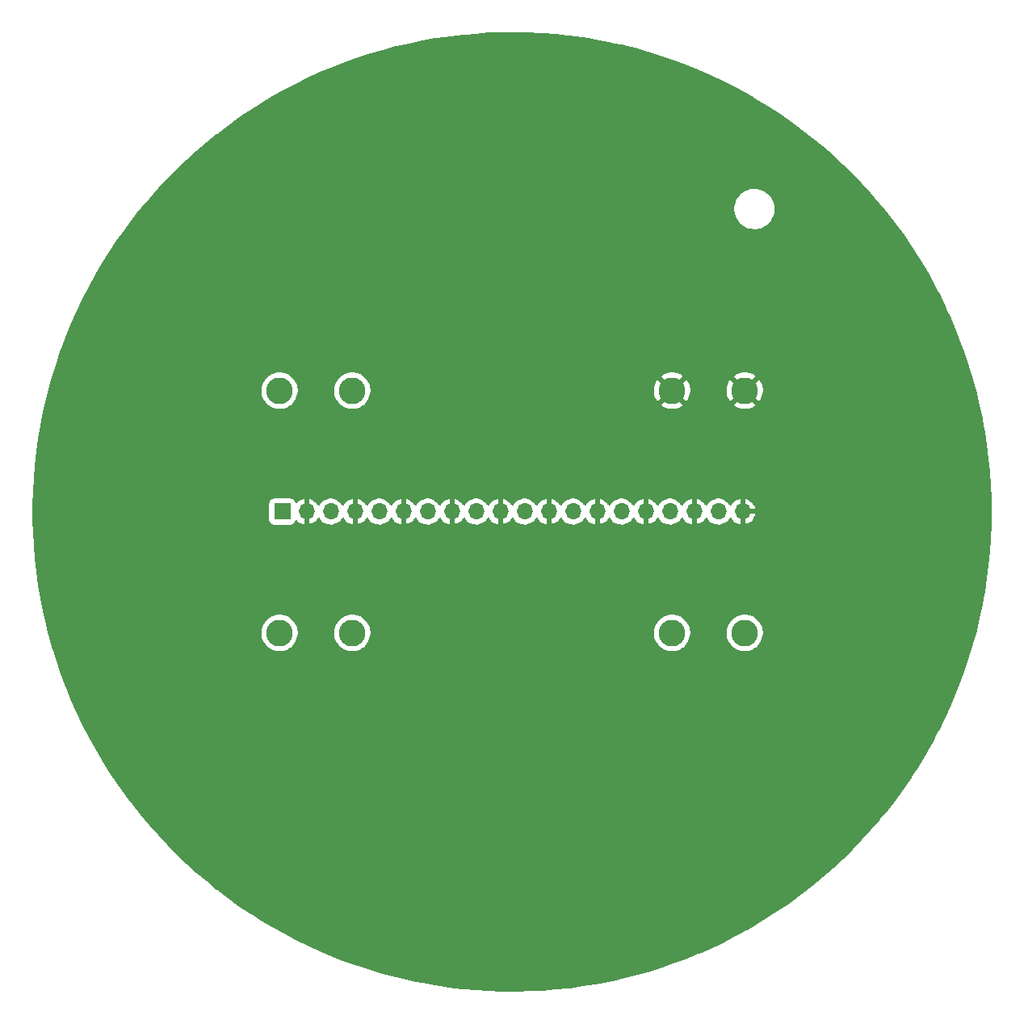
<source format=gbr>
%TF.GenerationSoftware,KiCad,Pcbnew,6.0.11+dfsg-1*%
%TF.CreationDate,2023-02-21T17:46:24-06:00*%
%TF.ProjectId,base,62617365-2e6b-4696-9361-645f70636258,A*%
%TF.SameCoordinates,Original*%
%TF.FileFunction,Copper,L1,Top*%
%TF.FilePolarity,Positive*%
%FSLAX46Y46*%
G04 Gerber Fmt 4.6, Leading zero omitted, Abs format (unit mm)*
G04 Created by KiCad (PCBNEW 6.0.11+dfsg-1) date 2023-02-21 17:46:24*
%MOMM*%
%LPD*%
G01*
G04 APERTURE LIST*
%TA.AperFunction,ComponentPad*%
%ADD10C,2.794000*%
%TD*%
%TA.AperFunction,ComponentPad*%
%ADD11R,1.700000X1.700000*%
%TD*%
%TA.AperFunction,ComponentPad*%
%ADD12O,1.700000X1.700000*%
%TD*%
G04 APERTURE END LIST*
D10*
%TO.P,BT2,1,+*%
%TO.N,ANODE*%
X151384000Y-88900000D03*
X143764000Y-88900000D03*
%TO.P,BT2,2,-*%
%TO.N,Net-(BT2-Pad2)*%
X110236000Y-88900000D03*
X102616000Y-88900000D03*
%TD*%
%TO.P,BT1,1,+*%
%TO.N,Net-(BT1-Pad1)*%
X102616000Y-114300000D03*
X110236000Y-114300000D03*
%TO.P,BT1,2,-*%
%TO.N,CATHODE*%
X143764000Y-114300000D03*
X151384000Y-114300000D03*
%TD*%
D11*
%TO.P,J1,1,Pin_1*%
%TO.N,CATHODE*%
X102900000Y-101575000D03*
D12*
%TO.P,J1,2,Pin_2*%
%TO.N,ANODE*%
X105440000Y-101575000D03*
%TO.P,J1,3,Pin_3*%
%TO.N,CATHODE*%
X107980000Y-101575000D03*
%TO.P,J1,4,Pin_4*%
%TO.N,ANODE*%
X110520000Y-101575000D03*
%TO.P,J1,5,Pin_5*%
%TO.N,CATHODE*%
X113060000Y-101575000D03*
%TO.P,J1,6,Pin_6*%
%TO.N,ANODE*%
X115600000Y-101575000D03*
%TO.P,J1,7,Pin_7*%
%TO.N,CATHODE*%
X118140000Y-101575000D03*
%TO.P,J1,8,Pin_8*%
%TO.N,ANODE*%
X120680000Y-101575000D03*
%TO.P,J1,9,Pin_9*%
%TO.N,CATHODE*%
X123220000Y-101575000D03*
%TO.P,J1,10,Pin_10*%
%TO.N,ANODE*%
X125760000Y-101575000D03*
%TO.P,J1,11,Pin_11*%
%TO.N,CATHODE*%
X128300000Y-101575000D03*
%TO.P,J1,12,Pin_12*%
%TO.N,ANODE*%
X130840000Y-101575000D03*
%TO.P,J1,13,Pin_13*%
%TO.N,CATHODE*%
X133380000Y-101575000D03*
%TO.P,J1,14,Pin_14*%
%TO.N,ANODE*%
X135920000Y-101575000D03*
%TO.P,J1,15,Pin_15*%
%TO.N,CATHODE*%
X138460000Y-101575000D03*
%TO.P,J1,16,Pin_16*%
%TO.N,ANODE*%
X141000000Y-101575000D03*
%TO.P,J1,17,Pin_17*%
%TO.N,CATHODE*%
X143540000Y-101575000D03*
%TO.P,J1,18,Pin_18*%
%TO.N,ANODE*%
X146080000Y-101575000D03*
%TO.P,J1,19,Pin_19*%
%TO.N,CATHODE*%
X148620000Y-101575000D03*
%TO.P,J1,20,Pin_20*%
%TO.N,ANODE*%
X151160000Y-101575000D03*
%TD*%
%TA.AperFunction,Conductor*%
%TO.N,ANODE*%
G36*
X127352860Y-51309763D02*
G01*
X127765328Y-51318403D01*
X128753361Y-51339099D01*
X128756877Y-51339221D01*
X129861290Y-51393236D01*
X130156081Y-51407654D01*
X130159577Y-51407873D01*
X131556322Y-51515347D01*
X131559777Y-51515662D01*
X132810836Y-51647153D01*
X132952981Y-51662093D01*
X132956476Y-51662510D01*
X134345002Y-51847779D01*
X134348459Y-51848289D01*
X135008396Y-51955176D01*
X135731291Y-52072260D01*
X135734756Y-52072871D01*
X137110762Y-52335358D01*
X137114209Y-52336065D01*
X137774908Y-52481329D01*
X138482435Y-52636889D01*
X138485815Y-52637683D01*
X139128817Y-52798001D01*
X139845048Y-52976578D01*
X139848408Y-52977465D01*
X141197732Y-53354202D01*
X141201045Y-53355178D01*
X142539230Y-53769416D01*
X142542576Y-53770503D01*
X143868695Y-54221950D01*
X143872010Y-54223131D01*
X145185017Y-54711435D01*
X145188297Y-54712707D01*
X146487089Y-55237452D01*
X146490333Y-55238815D01*
X147774082Y-55799672D01*
X147777215Y-55801094D01*
X149044758Y-56397553D01*
X149047867Y-56399069D01*
X150125278Y-56943309D01*
X150298281Y-57030699D01*
X150301399Y-57032329D01*
X151533680Y-57698620D01*
X151536721Y-57700321D01*
X152135946Y-58046283D01*
X152749868Y-58400731D01*
X152752890Y-58402532D01*
X153946048Y-59136569D01*
X153949019Y-59138455D01*
X155121164Y-59905485D01*
X155124081Y-59907452D01*
X155381755Y-60086540D01*
X156274411Y-60706952D01*
X156277222Y-60708964D01*
X157292979Y-61457845D01*
X157404807Y-61540292D01*
X157407609Y-61542420D01*
X158511446Y-62404831D01*
X158514188Y-62407035D01*
X159593569Y-63299977D01*
X159596249Y-63302258D01*
X160650247Y-64224963D01*
X160652862Y-64227317D01*
X161680702Y-65179108D01*
X161683250Y-65181534D01*
X162684131Y-66161669D01*
X162686610Y-66164166D01*
X163659717Y-67171847D01*
X163662125Y-67174412D01*
X164606700Y-68208854D01*
X164609036Y-68211485D01*
X165524363Y-69271902D01*
X165526625Y-69274597D01*
X166107608Y-69986951D01*
X166412007Y-70360181D01*
X166414193Y-70362939D01*
X167268915Y-71472820D01*
X167271022Y-71475637D01*
X168094410Y-72608933D01*
X168096438Y-72611808D01*
X168887871Y-73767666D01*
X168889818Y-73770597D01*
X169648651Y-74948076D01*
X169650516Y-74951060D01*
X170376195Y-76149299D01*
X170377975Y-76152333D01*
X170721701Y-76757399D01*
X171069915Y-77370367D01*
X171071610Y-77373451D01*
X171729244Y-78610281D01*
X171730853Y-78613410D01*
X172353732Y-79868191D01*
X172355252Y-79871364D01*
X172647356Y-80503534D01*
X172942833Y-81143006D01*
X172944264Y-81146220D01*
X173496111Y-82433775D01*
X173497452Y-82437028D01*
X174013147Y-83739525D01*
X174014396Y-83742814D01*
X174493519Y-85059196D01*
X174494658Y-85062467D01*
X174936832Y-86391694D01*
X174937896Y-86395048D01*
X175342782Y-87736092D01*
X175343752Y-87739474D01*
X175514254Y-88367025D01*
X175658185Y-88896779D01*
X175711039Y-89091316D01*
X175711913Y-89094720D01*
X175752965Y-89264408D01*
X176041306Y-90456267D01*
X176042086Y-90459698D01*
X176333344Y-91829959D01*
X176334024Y-91833398D01*
X176460301Y-92521421D01*
X176586901Y-93211210D01*
X176587488Y-93214679D01*
X176801801Y-94599060D01*
X176802290Y-94602544D01*
X176977855Y-95992284D01*
X176978248Y-95995781D01*
X177114951Y-97389983D01*
X177115245Y-97393489D01*
X177212962Y-98790912D01*
X177213158Y-98794425D01*
X177271817Y-100193994D01*
X177271916Y-100197511D01*
X177291475Y-101598241D01*
X177291475Y-101601759D01*
X177271916Y-103002489D01*
X177271817Y-103006006D01*
X177213158Y-104405575D01*
X177212962Y-104409088D01*
X177115245Y-105806511D01*
X177114951Y-105810017D01*
X176978248Y-107204219D01*
X176977855Y-107207716D01*
X176802290Y-108597456D01*
X176801801Y-108600940D01*
X176587488Y-109985321D01*
X176586905Y-109988766D01*
X176459979Y-110680332D01*
X176334027Y-111366589D01*
X176333344Y-111370041D01*
X176042086Y-112740302D01*
X176041306Y-112743733D01*
X175711914Y-114105276D01*
X175711039Y-114108684D01*
X175343752Y-115460526D01*
X175342782Y-115463908D01*
X174937896Y-116804952D01*
X174936832Y-116808306D01*
X174494658Y-118137533D01*
X174493519Y-118140804D01*
X174253943Y-118799036D01*
X174014396Y-119457186D01*
X174013147Y-119460475D01*
X173497452Y-120762972D01*
X173496111Y-120766225D01*
X172944264Y-122053780D01*
X172942843Y-122056971D01*
X172522904Y-122965803D01*
X172355252Y-123328636D01*
X172353732Y-123331809D01*
X171730853Y-124586590D01*
X171729244Y-124589719D01*
X171071610Y-125826549D01*
X171069925Y-125829614D01*
X170598460Y-126659543D01*
X170377975Y-127047667D01*
X170376195Y-127050701D01*
X169650516Y-128248940D01*
X169648651Y-128251924D01*
X168889818Y-129429403D01*
X168887871Y-129432334D01*
X168096438Y-130588192D01*
X168094410Y-130591067D01*
X167271022Y-131724363D01*
X167268915Y-131727180D01*
X166414193Y-132837061D01*
X166412016Y-132839807D01*
X165627229Y-133802051D01*
X165526625Y-133925403D01*
X165524363Y-133928098D01*
X164609036Y-134988515D01*
X164606700Y-134991146D01*
X163662125Y-136025588D01*
X163659717Y-136028153D01*
X162686610Y-137035834D01*
X162684131Y-137038331D01*
X161683250Y-138018466D01*
X161680702Y-138020892D01*
X160652862Y-138972683D01*
X160650247Y-138975037D01*
X159596249Y-139897742D01*
X159593569Y-139900023D01*
X158514188Y-140792965D01*
X158511446Y-140795169D01*
X157407609Y-141657580D01*
X157404807Y-141659708D01*
X156277222Y-142491036D01*
X156274411Y-142493048D01*
X155694929Y-142895799D01*
X155124081Y-143292548D01*
X155121164Y-143294515D01*
X153949019Y-144061545D01*
X153946048Y-144063431D01*
X152752890Y-144797468D01*
X152749878Y-144799263D01*
X151792657Y-145351915D01*
X151536736Y-145499671D01*
X151533680Y-145501380D01*
X150911152Y-145837979D01*
X150301399Y-146167671D01*
X150298281Y-146169301D01*
X149047867Y-146800931D01*
X149044758Y-146802447D01*
X147777215Y-147398906D01*
X147774082Y-147400328D01*
X146596568Y-147914772D01*
X146490333Y-147961185D01*
X146487089Y-147962548D01*
X145188297Y-148487293D01*
X145185017Y-148488565D01*
X143872010Y-148976869D01*
X143868695Y-148978050D01*
X142542576Y-149429497D01*
X142539230Y-149430584D01*
X141201045Y-149844822D01*
X141197732Y-149845798D01*
X139848408Y-150222535D01*
X139845048Y-150223422D01*
X139148145Y-150397180D01*
X138485815Y-150562317D01*
X138482435Y-150563111D01*
X137904145Y-150690256D01*
X137114209Y-150863935D01*
X137110762Y-150864642D01*
X135734756Y-151127129D01*
X135731291Y-151127740D01*
X135039881Y-151239725D01*
X134348459Y-151351711D01*
X134345002Y-151352221D01*
X133612775Y-151449921D01*
X132956474Y-151537490D01*
X132952978Y-151537907D01*
X131559777Y-151684338D01*
X131556322Y-151684653D01*
X130159577Y-151792127D01*
X130156081Y-151792346D01*
X129861290Y-151806764D01*
X128756877Y-151860779D01*
X128753361Y-151860901D01*
X127765328Y-151881597D01*
X127352860Y-151890237D01*
X127349366Y-151890262D01*
X126688403Y-151885648D01*
X125948521Y-151880482D01*
X125945004Y-151880408D01*
X124545028Y-151831520D01*
X124541513Y-151831348D01*
X123143438Y-151743388D01*
X123139930Y-151743118D01*
X122106348Y-151649055D01*
X121744879Y-151616159D01*
X121741394Y-151615794D01*
X121084721Y-151537490D01*
X120350349Y-151449921D01*
X120346862Y-151449455D01*
X119932466Y-151388263D01*
X118961062Y-151244818D01*
X118957661Y-151244268D01*
X117578019Y-151001000D01*
X117574564Y-151000340D01*
X116911871Y-150864309D01*
X116202375Y-150718670D01*
X116198941Y-150717916D01*
X114835105Y-150398031D01*
X114831691Y-150397180D01*
X113477328Y-150039341D01*
X113473939Y-150038395D01*
X112130067Y-149642873D01*
X112126706Y-149641832D01*
X110794447Y-149208954D01*
X110791116Y-149207820D01*
X109471463Y-148737913D01*
X109468165Y-148736687D01*
X108162111Y-148230102D01*
X108158849Y-148228784D01*
X106867455Y-147685932D01*
X106864231Y-147684523D01*
X105588532Y-147105841D01*
X105585348Y-147104343D01*
X104326277Y-146490253D01*
X104323137Y-146488667D01*
X103081689Y-145839653D01*
X103078594Y-145837979D01*
X101855791Y-145154578D01*
X101852744Y-145152819D01*
X100649468Y-144435522D01*
X100646471Y-144433678D01*
X99787825Y-143888765D01*
X99463705Y-143683072D01*
X99460795Y-143681168D01*
X98299415Y-142897807D01*
X98296526Y-142895799D01*
X97157503Y-142080339D01*
X97154671Y-142078251D01*
X96038874Y-141231315D01*
X96036101Y-141229149D01*
X94944357Y-140351365D01*
X94941646Y-140349122D01*
X93874844Y-139441202D01*
X93872197Y-139438884D01*
X93186487Y-138821467D01*
X92831201Y-138501567D01*
X92828622Y-138499179D01*
X91814153Y-137533114D01*
X91811639Y-137530652D01*
X90824559Y-136536656D01*
X90822115Y-136534125D01*
X89863190Y-135512975D01*
X89860817Y-135510377D01*
X88930724Y-134462787D01*
X88928461Y-134460165D01*
X88028002Y-133387041D01*
X88025782Y-133384318D01*
X87155657Y-132286494D01*
X87153510Y-132283706D01*
X86762697Y-131761294D01*
X86314368Y-131162000D01*
X86312300Y-131159153D01*
X85504824Y-130014482D01*
X85502836Y-130011579D01*
X84727624Y-128844792D01*
X84725718Y-128841835D01*
X83983382Y-127653849D01*
X83981559Y-127650839D01*
X83272690Y-126442601D01*
X83270952Y-126439542D01*
X82596073Y-125211942D01*
X82594422Y-125208835D01*
X81954128Y-123962958D01*
X81952563Y-123959807D01*
X81347272Y-122696466D01*
X81345796Y-122693272D01*
X80776019Y-121413534D01*
X80774633Y-121410300D01*
X80240811Y-120115148D01*
X80239516Y-120111877D01*
X80145744Y-119865021D01*
X79742051Y-118802291D01*
X79740867Y-118799036D01*
X79511665Y-118140856D01*
X79280186Y-117476141D01*
X79279076Y-117472806D01*
X79067220Y-116804952D01*
X78855488Y-116137490D01*
X78854479Y-116134146D01*
X78846802Y-116107370D01*
X78468351Y-114787555D01*
X78467432Y-114784170D01*
X78465101Y-114775089D01*
X78327712Y-114239994D01*
X100706576Y-114239994D01*
X100706751Y-114244446D01*
X100713772Y-114423135D01*
X100717170Y-114509633D01*
X100765651Y-114775089D01*
X100851051Y-115031066D01*
X100853044Y-115035054D01*
X100930386Y-115189839D01*
X100971667Y-115272456D01*
X101125092Y-115494443D01*
X101308264Y-115692598D01*
X101311718Y-115695410D01*
X101454883Y-115811964D01*
X101517529Y-115862966D01*
X101654457Y-115945403D01*
X101744896Y-115999852D01*
X101744900Y-115999854D01*
X101748712Y-116002149D01*
X101908013Y-116069605D01*
X101993101Y-116105635D01*
X101993105Y-116105636D01*
X101997199Y-116107370D01*
X102001491Y-116108508D01*
X102001494Y-116108509D01*
X102253736Y-116175390D01*
X102253740Y-116175391D01*
X102258033Y-116176529D01*
X102262442Y-116177051D01*
X102262448Y-116177052D01*
X102438105Y-116197842D01*
X102526009Y-116208246D01*
X102795781Y-116201889D01*
X102954984Y-116175390D01*
X103057576Y-116158314D01*
X103057580Y-116158313D01*
X103061966Y-116157583D01*
X103066207Y-116156242D01*
X103066210Y-116156241D01*
X103315007Y-116077557D01*
X103315009Y-116077556D01*
X103319253Y-116076214D01*
X103323264Y-116074288D01*
X103323269Y-116074286D01*
X103558489Y-115961335D01*
X103558490Y-115961334D01*
X103562508Y-115959405D01*
X103711046Y-115860155D01*
X103783169Y-115811964D01*
X103783173Y-115811961D01*
X103786877Y-115809486D01*
X103790194Y-115806515D01*
X103790198Y-115806512D01*
X103984567Y-115632421D01*
X103984568Y-115632420D01*
X103987885Y-115629449D01*
X104161519Y-115422886D01*
X104304317Y-115193918D01*
X104413428Y-114947114D01*
X104486675Y-114687398D01*
X104487514Y-114681149D01*
X104522170Y-114423135D01*
X104522171Y-114423127D01*
X104522597Y-114419953D01*
X104526367Y-114300000D01*
X104522118Y-114239994D01*
X108326576Y-114239994D01*
X108326751Y-114244446D01*
X108333772Y-114423135D01*
X108337170Y-114509633D01*
X108385651Y-114775089D01*
X108471051Y-115031066D01*
X108473044Y-115035054D01*
X108550386Y-115189839D01*
X108591667Y-115272456D01*
X108745092Y-115494443D01*
X108928264Y-115692598D01*
X108931718Y-115695410D01*
X109074883Y-115811964D01*
X109137529Y-115862966D01*
X109274457Y-115945403D01*
X109364896Y-115999852D01*
X109364900Y-115999854D01*
X109368712Y-116002149D01*
X109528013Y-116069605D01*
X109613101Y-116105635D01*
X109613105Y-116105636D01*
X109617199Y-116107370D01*
X109621491Y-116108508D01*
X109621494Y-116108509D01*
X109873736Y-116175390D01*
X109873740Y-116175391D01*
X109878033Y-116176529D01*
X109882442Y-116177051D01*
X109882448Y-116177052D01*
X110058105Y-116197842D01*
X110146009Y-116208246D01*
X110415781Y-116201889D01*
X110574984Y-116175390D01*
X110677576Y-116158314D01*
X110677580Y-116158313D01*
X110681966Y-116157583D01*
X110686207Y-116156242D01*
X110686210Y-116156241D01*
X110935007Y-116077557D01*
X110935009Y-116077556D01*
X110939253Y-116076214D01*
X110943264Y-116074288D01*
X110943269Y-116074286D01*
X111178489Y-115961335D01*
X111178490Y-115961334D01*
X111182508Y-115959405D01*
X111331046Y-115860155D01*
X111403169Y-115811964D01*
X111403173Y-115811961D01*
X111406877Y-115809486D01*
X111410194Y-115806515D01*
X111410198Y-115806512D01*
X111604567Y-115632421D01*
X111604568Y-115632420D01*
X111607885Y-115629449D01*
X111781519Y-115422886D01*
X111924317Y-115193918D01*
X112033428Y-114947114D01*
X112106675Y-114687398D01*
X112107514Y-114681149D01*
X112142170Y-114423135D01*
X112142171Y-114423127D01*
X112142597Y-114419953D01*
X112146367Y-114300000D01*
X112142118Y-114239994D01*
X141854576Y-114239994D01*
X141854751Y-114244446D01*
X141861772Y-114423135D01*
X141865170Y-114509633D01*
X141913651Y-114775089D01*
X141999051Y-115031066D01*
X142001044Y-115035054D01*
X142078386Y-115189839D01*
X142119667Y-115272456D01*
X142273092Y-115494443D01*
X142456264Y-115692598D01*
X142459718Y-115695410D01*
X142602883Y-115811964D01*
X142665529Y-115862966D01*
X142802457Y-115945403D01*
X142892896Y-115999852D01*
X142892900Y-115999854D01*
X142896712Y-116002149D01*
X143056013Y-116069605D01*
X143141101Y-116105635D01*
X143141105Y-116105636D01*
X143145199Y-116107370D01*
X143149491Y-116108508D01*
X143149494Y-116108509D01*
X143401736Y-116175390D01*
X143401740Y-116175391D01*
X143406033Y-116176529D01*
X143410442Y-116177051D01*
X143410448Y-116177052D01*
X143586105Y-116197842D01*
X143674009Y-116208246D01*
X143943781Y-116201889D01*
X144102984Y-116175390D01*
X144205576Y-116158314D01*
X144205580Y-116158313D01*
X144209966Y-116157583D01*
X144214207Y-116156242D01*
X144214210Y-116156241D01*
X144463007Y-116077557D01*
X144463009Y-116077556D01*
X144467253Y-116076214D01*
X144471264Y-116074288D01*
X144471269Y-116074286D01*
X144706489Y-115961335D01*
X144706490Y-115961334D01*
X144710508Y-115959405D01*
X144859046Y-115860155D01*
X144931169Y-115811964D01*
X144931173Y-115811961D01*
X144934877Y-115809486D01*
X144938194Y-115806515D01*
X144938198Y-115806512D01*
X145132567Y-115632421D01*
X145132568Y-115632420D01*
X145135885Y-115629449D01*
X145309519Y-115422886D01*
X145452317Y-115193918D01*
X145561428Y-114947114D01*
X145634675Y-114687398D01*
X145635514Y-114681149D01*
X145670170Y-114423135D01*
X145670171Y-114423127D01*
X145670597Y-114419953D01*
X145674367Y-114300000D01*
X145670118Y-114239994D01*
X149474576Y-114239994D01*
X149474751Y-114244446D01*
X149481772Y-114423135D01*
X149485170Y-114509633D01*
X149533651Y-114775089D01*
X149619051Y-115031066D01*
X149621044Y-115035054D01*
X149698386Y-115189839D01*
X149739667Y-115272456D01*
X149893092Y-115494443D01*
X150076264Y-115692598D01*
X150079718Y-115695410D01*
X150222883Y-115811964D01*
X150285529Y-115862966D01*
X150422457Y-115945403D01*
X150512896Y-115999852D01*
X150512900Y-115999854D01*
X150516712Y-116002149D01*
X150676013Y-116069605D01*
X150761101Y-116105635D01*
X150761105Y-116105636D01*
X150765199Y-116107370D01*
X150769491Y-116108508D01*
X150769494Y-116108509D01*
X151021736Y-116175390D01*
X151021740Y-116175391D01*
X151026033Y-116176529D01*
X151030442Y-116177051D01*
X151030448Y-116177052D01*
X151206105Y-116197842D01*
X151294009Y-116208246D01*
X151563781Y-116201889D01*
X151722984Y-116175390D01*
X151825576Y-116158314D01*
X151825580Y-116158313D01*
X151829966Y-116157583D01*
X151834207Y-116156242D01*
X151834210Y-116156241D01*
X152083007Y-116077557D01*
X152083009Y-116077556D01*
X152087253Y-116076214D01*
X152091264Y-116074288D01*
X152091269Y-116074286D01*
X152326489Y-115961335D01*
X152326490Y-115961334D01*
X152330508Y-115959405D01*
X152479046Y-115860155D01*
X152551169Y-115811964D01*
X152551173Y-115811961D01*
X152554877Y-115809486D01*
X152558194Y-115806515D01*
X152558198Y-115806512D01*
X152752567Y-115632421D01*
X152752568Y-115632420D01*
X152755885Y-115629449D01*
X152929519Y-115422886D01*
X153072317Y-115193918D01*
X153181428Y-114947114D01*
X153254675Y-114687398D01*
X153255514Y-114681149D01*
X153290170Y-114423135D01*
X153290171Y-114423127D01*
X153290597Y-114419953D01*
X153294367Y-114300000D01*
X153275309Y-114030827D01*
X153262548Y-113971552D01*
X153219450Y-113771377D01*
X153218513Y-113767025D01*
X153149107Y-113578889D01*
X153126656Y-113518034D01*
X153125115Y-113513857D01*
X153076607Y-113423955D01*
X152999089Y-113280290D01*
X152996976Y-113276374D01*
X152836654Y-113059316D01*
X152789315Y-113011227D01*
X152650479Y-112870194D01*
X152647348Y-112867013D01*
X152643808Y-112864312D01*
X152643802Y-112864306D01*
X152436375Y-112706003D01*
X152432835Y-112703301D01*
X152197395Y-112571448D01*
X151945725Y-112474085D01*
X151941400Y-112473082D01*
X151941395Y-112473081D01*
X151796885Y-112439586D01*
X151682847Y-112413153D01*
X151414007Y-112389869D01*
X151409572Y-112390113D01*
X151409568Y-112390113D01*
X151149011Y-112404452D01*
X151149004Y-112404453D01*
X151144568Y-112404697D01*
X150879906Y-112457341D01*
X150875696Y-112458819D01*
X150875694Y-112458820D01*
X150727185Y-112510973D01*
X150625302Y-112546752D01*
X150621351Y-112548805D01*
X150621345Y-112548807D01*
X150389786Y-112669092D01*
X150385836Y-112671144D01*
X150382221Y-112673727D01*
X150382215Y-112673731D01*
X150289059Y-112740302D01*
X150166286Y-112828037D01*
X149971033Y-113014299D01*
X149803973Y-113226214D01*
X149668438Y-113459555D01*
X149666770Y-113463672D01*
X149666767Y-113463679D01*
X149568807Y-113705531D01*
X149567133Y-113709664D01*
X149502080Y-113971552D01*
X149474576Y-114239994D01*
X145670118Y-114239994D01*
X145655309Y-114030827D01*
X145642548Y-113971552D01*
X145599450Y-113771377D01*
X145598513Y-113767025D01*
X145529107Y-113578889D01*
X145506656Y-113518034D01*
X145505115Y-113513857D01*
X145456607Y-113423955D01*
X145379089Y-113280290D01*
X145376976Y-113276374D01*
X145216654Y-113059316D01*
X145169315Y-113011227D01*
X145030479Y-112870194D01*
X145027348Y-112867013D01*
X145023808Y-112864312D01*
X145023802Y-112864306D01*
X144816375Y-112706003D01*
X144812835Y-112703301D01*
X144577395Y-112571448D01*
X144325725Y-112474085D01*
X144321400Y-112473082D01*
X144321395Y-112473081D01*
X144176885Y-112439586D01*
X144062847Y-112413153D01*
X143794007Y-112389869D01*
X143789572Y-112390113D01*
X143789568Y-112390113D01*
X143529011Y-112404452D01*
X143529004Y-112404453D01*
X143524568Y-112404697D01*
X143259906Y-112457341D01*
X143255696Y-112458819D01*
X143255694Y-112458820D01*
X143107185Y-112510973D01*
X143005302Y-112546752D01*
X143001351Y-112548805D01*
X143001345Y-112548807D01*
X142769786Y-112669092D01*
X142765836Y-112671144D01*
X142762221Y-112673727D01*
X142762215Y-112673731D01*
X142669059Y-112740302D01*
X142546286Y-112828037D01*
X142351033Y-113014299D01*
X142183973Y-113226214D01*
X142048438Y-113459555D01*
X142046770Y-113463672D01*
X142046767Y-113463679D01*
X141948807Y-113705531D01*
X141947133Y-113709664D01*
X141882080Y-113971552D01*
X141854576Y-114239994D01*
X112142118Y-114239994D01*
X112127309Y-114030827D01*
X112114548Y-113971552D01*
X112071450Y-113771377D01*
X112070513Y-113767025D01*
X112001107Y-113578889D01*
X111978656Y-113518034D01*
X111977115Y-113513857D01*
X111928607Y-113423955D01*
X111851089Y-113280290D01*
X111848976Y-113276374D01*
X111688654Y-113059316D01*
X111641315Y-113011227D01*
X111502479Y-112870194D01*
X111499348Y-112867013D01*
X111495808Y-112864312D01*
X111495802Y-112864306D01*
X111288375Y-112706003D01*
X111284835Y-112703301D01*
X111049395Y-112571448D01*
X110797725Y-112474085D01*
X110793400Y-112473082D01*
X110793395Y-112473081D01*
X110648885Y-112439586D01*
X110534847Y-112413153D01*
X110266007Y-112389869D01*
X110261572Y-112390113D01*
X110261568Y-112390113D01*
X110001011Y-112404452D01*
X110001004Y-112404453D01*
X109996568Y-112404697D01*
X109731906Y-112457341D01*
X109727696Y-112458819D01*
X109727694Y-112458820D01*
X109579185Y-112510973D01*
X109477302Y-112546752D01*
X109473351Y-112548805D01*
X109473345Y-112548807D01*
X109241786Y-112669092D01*
X109237836Y-112671144D01*
X109234221Y-112673727D01*
X109234215Y-112673731D01*
X109141059Y-112740302D01*
X109018286Y-112828037D01*
X108823033Y-113014299D01*
X108655973Y-113226214D01*
X108520438Y-113459555D01*
X108518770Y-113463672D01*
X108518767Y-113463679D01*
X108420807Y-113705531D01*
X108419133Y-113709664D01*
X108354080Y-113971552D01*
X108326576Y-114239994D01*
X104522118Y-114239994D01*
X104507309Y-114030827D01*
X104494548Y-113971552D01*
X104451450Y-113771377D01*
X104450513Y-113767025D01*
X104381107Y-113578889D01*
X104358656Y-113518034D01*
X104357115Y-113513857D01*
X104308607Y-113423955D01*
X104231089Y-113280290D01*
X104228976Y-113276374D01*
X104068654Y-113059316D01*
X104021315Y-113011227D01*
X103882479Y-112870194D01*
X103879348Y-112867013D01*
X103875808Y-112864312D01*
X103875802Y-112864306D01*
X103668375Y-112706003D01*
X103664835Y-112703301D01*
X103429395Y-112571448D01*
X103177725Y-112474085D01*
X103173400Y-112473082D01*
X103173395Y-112473081D01*
X103028885Y-112439586D01*
X102914847Y-112413153D01*
X102646007Y-112389869D01*
X102641572Y-112390113D01*
X102641568Y-112390113D01*
X102381011Y-112404452D01*
X102381004Y-112404453D01*
X102376568Y-112404697D01*
X102111906Y-112457341D01*
X102107696Y-112458819D01*
X102107694Y-112458820D01*
X101959185Y-112510973D01*
X101857302Y-112546752D01*
X101853351Y-112548805D01*
X101853345Y-112548807D01*
X101621786Y-112669092D01*
X101617836Y-112671144D01*
X101614221Y-112673727D01*
X101614215Y-112673731D01*
X101521059Y-112740302D01*
X101398286Y-112828037D01*
X101203033Y-113014299D01*
X101035973Y-113226214D01*
X100900438Y-113459555D01*
X100898770Y-113463672D01*
X100898767Y-113463679D01*
X100800807Y-113705531D01*
X100799133Y-113709664D01*
X100734080Y-113971552D01*
X100706576Y-114239994D01*
X78327712Y-114239994D01*
X78119066Y-113427375D01*
X78118238Y-113423955D01*
X77807877Y-112057892D01*
X77807146Y-112054451D01*
X77535062Y-110680332D01*
X77534426Y-110676871D01*
X77300804Y-109295612D01*
X77300266Y-109292135D01*
X77105308Y-107904938D01*
X77104867Y-107901447D01*
X76948716Y-106509325D01*
X76948373Y-106505823D01*
X76831157Y-105109933D01*
X76830911Y-105106424D01*
X76752712Y-103707733D01*
X76752565Y-103704217D01*
X76718177Y-102473134D01*
X101541500Y-102473134D01*
X101548255Y-102535316D01*
X101599385Y-102671705D01*
X101686739Y-102788261D01*
X101803295Y-102875615D01*
X101939684Y-102926745D01*
X102001866Y-102933500D01*
X103798134Y-102933500D01*
X103860316Y-102926745D01*
X103996705Y-102875615D01*
X104113261Y-102788261D01*
X104200615Y-102671705D01*
X104244798Y-102553848D01*
X104287440Y-102497084D01*
X104354001Y-102472384D01*
X104423350Y-102487592D01*
X104458017Y-102515580D01*
X104483218Y-102544673D01*
X104490580Y-102551883D01*
X104654434Y-102687916D01*
X104662881Y-102693831D01*
X104846756Y-102801279D01*
X104856042Y-102805729D01*
X105055001Y-102881703D01*
X105064899Y-102884579D01*
X105168250Y-102905606D01*
X105182299Y-102904410D01*
X105186000Y-102894065D01*
X105186000Y-102893517D01*
X105694000Y-102893517D01*
X105698064Y-102907359D01*
X105711478Y-102909393D01*
X105718184Y-102908534D01*
X105728262Y-102906392D01*
X105932255Y-102845191D01*
X105941842Y-102841433D01*
X106133095Y-102747739D01*
X106141945Y-102742464D01*
X106315328Y-102618792D01*
X106323200Y-102612139D01*
X106474052Y-102461812D01*
X106480730Y-102453965D01*
X106608022Y-102276819D01*
X106609279Y-102277722D01*
X106656373Y-102234362D01*
X106726311Y-102222145D01*
X106791751Y-102249678D01*
X106819579Y-102281511D01*
X106879987Y-102380088D01*
X107026250Y-102548938D01*
X107198126Y-102691632D01*
X107391000Y-102804338D01*
X107599692Y-102884030D01*
X107604760Y-102885061D01*
X107604763Y-102885062D01*
X107699862Y-102904410D01*
X107818597Y-102928567D01*
X107823772Y-102928757D01*
X107823774Y-102928757D01*
X108036673Y-102936564D01*
X108036677Y-102936564D01*
X108041837Y-102936753D01*
X108046957Y-102936097D01*
X108046959Y-102936097D01*
X108258288Y-102909025D01*
X108258289Y-102909025D01*
X108263416Y-102908368D01*
X108268366Y-102906883D01*
X108472429Y-102845661D01*
X108472434Y-102845659D01*
X108477384Y-102844174D01*
X108677994Y-102745896D01*
X108859860Y-102616173D01*
X109018096Y-102458489D01*
X109130416Y-102302179D01*
X109148453Y-102277077D01*
X109149640Y-102277930D01*
X109196960Y-102234362D01*
X109266897Y-102222145D01*
X109332338Y-102249678D01*
X109360166Y-102281511D01*
X109417694Y-102375388D01*
X109423777Y-102383699D01*
X109563213Y-102544667D01*
X109570580Y-102551883D01*
X109734434Y-102687916D01*
X109742881Y-102693831D01*
X109926756Y-102801279D01*
X109936042Y-102805729D01*
X110135001Y-102881703D01*
X110144899Y-102884579D01*
X110248250Y-102905606D01*
X110262299Y-102904410D01*
X110266000Y-102894065D01*
X110266000Y-102893517D01*
X110774000Y-102893517D01*
X110778064Y-102907359D01*
X110791478Y-102909393D01*
X110798184Y-102908534D01*
X110808262Y-102906392D01*
X111012255Y-102845191D01*
X111021842Y-102841433D01*
X111213095Y-102747739D01*
X111221945Y-102742464D01*
X111395328Y-102618792D01*
X111403200Y-102612139D01*
X111554052Y-102461812D01*
X111560730Y-102453965D01*
X111688022Y-102276819D01*
X111689279Y-102277722D01*
X111736373Y-102234362D01*
X111806311Y-102222145D01*
X111871751Y-102249678D01*
X111899579Y-102281511D01*
X111959987Y-102380088D01*
X112106250Y-102548938D01*
X112278126Y-102691632D01*
X112471000Y-102804338D01*
X112679692Y-102884030D01*
X112684760Y-102885061D01*
X112684763Y-102885062D01*
X112779862Y-102904410D01*
X112898597Y-102928567D01*
X112903772Y-102928757D01*
X112903774Y-102928757D01*
X113116673Y-102936564D01*
X113116677Y-102936564D01*
X113121837Y-102936753D01*
X113126957Y-102936097D01*
X113126959Y-102936097D01*
X113338288Y-102909025D01*
X113338289Y-102909025D01*
X113343416Y-102908368D01*
X113348366Y-102906883D01*
X113552429Y-102845661D01*
X113552434Y-102845659D01*
X113557384Y-102844174D01*
X113757994Y-102745896D01*
X113939860Y-102616173D01*
X114098096Y-102458489D01*
X114210416Y-102302179D01*
X114228453Y-102277077D01*
X114229640Y-102277930D01*
X114276960Y-102234362D01*
X114346897Y-102222145D01*
X114412338Y-102249678D01*
X114440166Y-102281511D01*
X114497694Y-102375388D01*
X114503777Y-102383699D01*
X114643213Y-102544667D01*
X114650580Y-102551883D01*
X114814434Y-102687916D01*
X114822881Y-102693831D01*
X115006756Y-102801279D01*
X115016042Y-102805729D01*
X115215001Y-102881703D01*
X115224899Y-102884579D01*
X115328250Y-102905606D01*
X115342299Y-102904410D01*
X115346000Y-102894065D01*
X115346000Y-102893517D01*
X115854000Y-102893517D01*
X115858064Y-102907359D01*
X115871478Y-102909393D01*
X115878184Y-102908534D01*
X115888262Y-102906392D01*
X116092255Y-102845191D01*
X116101842Y-102841433D01*
X116293095Y-102747739D01*
X116301945Y-102742464D01*
X116475328Y-102618792D01*
X116483200Y-102612139D01*
X116634052Y-102461812D01*
X116640730Y-102453965D01*
X116768022Y-102276819D01*
X116769279Y-102277722D01*
X116816373Y-102234362D01*
X116886311Y-102222145D01*
X116951751Y-102249678D01*
X116979579Y-102281511D01*
X117039987Y-102380088D01*
X117186250Y-102548938D01*
X117358126Y-102691632D01*
X117551000Y-102804338D01*
X117759692Y-102884030D01*
X117764760Y-102885061D01*
X117764763Y-102885062D01*
X117859862Y-102904410D01*
X117978597Y-102928567D01*
X117983772Y-102928757D01*
X117983774Y-102928757D01*
X118196673Y-102936564D01*
X118196677Y-102936564D01*
X118201837Y-102936753D01*
X118206957Y-102936097D01*
X118206959Y-102936097D01*
X118418288Y-102909025D01*
X118418289Y-102909025D01*
X118423416Y-102908368D01*
X118428366Y-102906883D01*
X118632429Y-102845661D01*
X118632434Y-102845659D01*
X118637384Y-102844174D01*
X118837994Y-102745896D01*
X119019860Y-102616173D01*
X119178096Y-102458489D01*
X119290416Y-102302179D01*
X119308453Y-102277077D01*
X119309640Y-102277930D01*
X119356960Y-102234362D01*
X119426897Y-102222145D01*
X119492338Y-102249678D01*
X119520166Y-102281511D01*
X119577694Y-102375388D01*
X119583777Y-102383699D01*
X119723213Y-102544667D01*
X119730580Y-102551883D01*
X119894434Y-102687916D01*
X119902881Y-102693831D01*
X120086756Y-102801279D01*
X120096042Y-102805729D01*
X120295001Y-102881703D01*
X120304899Y-102884579D01*
X120408250Y-102905606D01*
X120422299Y-102904410D01*
X120426000Y-102894065D01*
X120426000Y-102893517D01*
X120934000Y-102893517D01*
X120938064Y-102907359D01*
X120951478Y-102909393D01*
X120958184Y-102908534D01*
X120968262Y-102906392D01*
X121172255Y-102845191D01*
X121181842Y-102841433D01*
X121373095Y-102747739D01*
X121381945Y-102742464D01*
X121555328Y-102618792D01*
X121563200Y-102612139D01*
X121714052Y-102461812D01*
X121720730Y-102453965D01*
X121848022Y-102276819D01*
X121849279Y-102277722D01*
X121896373Y-102234362D01*
X121966311Y-102222145D01*
X122031751Y-102249678D01*
X122059579Y-102281511D01*
X122119987Y-102380088D01*
X122266250Y-102548938D01*
X122438126Y-102691632D01*
X122631000Y-102804338D01*
X122839692Y-102884030D01*
X122844760Y-102885061D01*
X122844763Y-102885062D01*
X122939862Y-102904410D01*
X123058597Y-102928567D01*
X123063772Y-102928757D01*
X123063774Y-102928757D01*
X123276673Y-102936564D01*
X123276677Y-102936564D01*
X123281837Y-102936753D01*
X123286957Y-102936097D01*
X123286959Y-102936097D01*
X123498288Y-102909025D01*
X123498289Y-102909025D01*
X123503416Y-102908368D01*
X123508366Y-102906883D01*
X123712429Y-102845661D01*
X123712434Y-102845659D01*
X123717384Y-102844174D01*
X123917994Y-102745896D01*
X124099860Y-102616173D01*
X124258096Y-102458489D01*
X124370416Y-102302179D01*
X124388453Y-102277077D01*
X124389640Y-102277930D01*
X124436960Y-102234362D01*
X124506897Y-102222145D01*
X124572338Y-102249678D01*
X124600166Y-102281511D01*
X124657694Y-102375388D01*
X124663777Y-102383699D01*
X124803213Y-102544667D01*
X124810580Y-102551883D01*
X124974434Y-102687916D01*
X124982881Y-102693831D01*
X125166756Y-102801279D01*
X125176042Y-102805729D01*
X125375001Y-102881703D01*
X125384899Y-102884579D01*
X125488250Y-102905606D01*
X125502299Y-102904410D01*
X125506000Y-102894065D01*
X125506000Y-102893517D01*
X126014000Y-102893517D01*
X126018064Y-102907359D01*
X126031478Y-102909393D01*
X126038184Y-102908534D01*
X126048262Y-102906392D01*
X126252255Y-102845191D01*
X126261842Y-102841433D01*
X126453095Y-102747739D01*
X126461945Y-102742464D01*
X126635328Y-102618792D01*
X126643200Y-102612139D01*
X126794052Y-102461812D01*
X126800730Y-102453965D01*
X126928022Y-102276819D01*
X126929279Y-102277722D01*
X126976373Y-102234362D01*
X127046311Y-102222145D01*
X127111751Y-102249678D01*
X127139579Y-102281511D01*
X127199987Y-102380088D01*
X127346250Y-102548938D01*
X127518126Y-102691632D01*
X127711000Y-102804338D01*
X127919692Y-102884030D01*
X127924760Y-102885061D01*
X127924763Y-102885062D01*
X128019862Y-102904410D01*
X128138597Y-102928567D01*
X128143772Y-102928757D01*
X128143774Y-102928757D01*
X128356673Y-102936564D01*
X128356677Y-102936564D01*
X128361837Y-102936753D01*
X128366957Y-102936097D01*
X128366959Y-102936097D01*
X128578288Y-102909025D01*
X128578289Y-102909025D01*
X128583416Y-102908368D01*
X128588366Y-102906883D01*
X128792429Y-102845661D01*
X128792434Y-102845659D01*
X128797384Y-102844174D01*
X128997994Y-102745896D01*
X129179860Y-102616173D01*
X129338096Y-102458489D01*
X129450416Y-102302179D01*
X129468453Y-102277077D01*
X129469640Y-102277930D01*
X129516960Y-102234362D01*
X129586897Y-102222145D01*
X129652338Y-102249678D01*
X129680166Y-102281511D01*
X129737694Y-102375388D01*
X129743777Y-102383699D01*
X129883213Y-102544667D01*
X129890580Y-102551883D01*
X130054434Y-102687916D01*
X130062881Y-102693831D01*
X130246756Y-102801279D01*
X130256042Y-102805729D01*
X130455001Y-102881703D01*
X130464899Y-102884579D01*
X130568250Y-102905606D01*
X130582299Y-102904410D01*
X130586000Y-102894065D01*
X130586000Y-102893517D01*
X131094000Y-102893517D01*
X131098064Y-102907359D01*
X131111478Y-102909393D01*
X131118184Y-102908534D01*
X131128262Y-102906392D01*
X131332255Y-102845191D01*
X131341842Y-102841433D01*
X131533095Y-102747739D01*
X131541945Y-102742464D01*
X131715328Y-102618792D01*
X131723200Y-102612139D01*
X131874052Y-102461812D01*
X131880730Y-102453965D01*
X132008022Y-102276819D01*
X132009279Y-102277722D01*
X132056373Y-102234362D01*
X132126311Y-102222145D01*
X132191751Y-102249678D01*
X132219579Y-102281511D01*
X132279987Y-102380088D01*
X132426250Y-102548938D01*
X132598126Y-102691632D01*
X132791000Y-102804338D01*
X132999692Y-102884030D01*
X133004760Y-102885061D01*
X133004763Y-102885062D01*
X133099862Y-102904410D01*
X133218597Y-102928567D01*
X133223772Y-102928757D01*
X133223774Y-102928757D01*
X133436673Y-102936564D01*
X133436677Y-102936564D01*
X133441837Y-102936753D01*
X133446957Y-102936097D01*
X133446959Y-102936097D01*
X133658288Y-102909025D01*
X133658289Y-102909025D01*
X133663416Y-102908368D01*
X133668366Y-102906883D01*
X133872429Y-102845661D01*
X133872434Y-102845659D01*
X133877384Y-102844174D01*
X134077994Y-102745896D01*
X134259860Y-102616173D01*
X134418096Y-102458489D01*
X134530416Y-102302179D01*
X134548453Y-102277077D01*
X134549640Y-102277930D01*
X134596960Y-102234362D01*
X134666897Y-102222145D01*
X134732338Y-102249678D01*
X134760166Y-102281511D01*
X134817694Y-102375388D01*
X134823777Y-102383699D01*
X134963213Y-102544667D01*
X134970580Y-102551883D01*
X135134434Y-102687916D01*
X135142881Y-102693831D01*
X135326756Y-102801279D01*
X135336042Y-102805729D01*
X135535001Y-102881703D01*
X135544899Y-102884579D01*
X135648250Y-102905606D01*
X135662299Y-102904410D01*
X135666000Y-102894065D01*
X135666000Y-102893517D01*
X136174000Y-102893517D01*
X136178064Y-102907359D01*
X136191478Y-102909393D01*
X136198184Y-102908534D01*
X136208262Y-102906392D01*
X136412255Y-102845191D01*
X136421842Y-102841433D01*
X136613095Y-102747739D01*
X136621945Y-102742464D01*
X136795328Y-102618792D01*
X136803200Y-102612139D01*
X136954052Y-102461812D01*
X136960730Y-102453965D01*
X137088022Y-102276819D01*
X137089279Y-102277722D01*
X137136373Y-102234362D01*
X137206311Y-102222145D01*
X137271751Y-102249678D01*
X137299579Y-102281511D01*
X137359987Y-102380088D01*
X137506250Y-102548938D01*
X137678126Y-102691632D01*
X137871000Y-102804338D01*
X138079692Y-102884030D01*
X138084760Y-102885061D01*
X138084763Y-102885062D01*
X138179862Y-102904410D01*
X138298597Y-102928567D01*
X138303772Y-102928757D01*
X138303774Y-102928757D01*
X138516673Y-102936564D01*
X138516677Y-102936564D01*
X138521837Y-102936753D01*
X138526957Y-102936097D01*
X138526959Y-102936097D01*
X138738288Y-102909025D01*
X138738289Y-102909025D01*
X138743416Y-102908368D01*
X138748366Y-102906883D01*
X138952429Y-102845661D01*
X138952434Y-102845659D01*
X138957384Y-102844174D01*
X139157994Y-102745896D01*
X139339860Y-102616173D01*
X139498096Y-102458489D01*
X139610416Y-102302179D01*
X139628453Y-102277077D01*
X139629640Y-102277930D01*
X139676960Y-102234362D01*
X139746897Y-102222145D01*
X139812338Y-102249678D01*
X139840166Y-102281511D01*
X139897694Y-102375388D01*
X139903777Y-102383699D01*
X140043213Y-102544667D01*
X140050580Y-102551883D01*
X140214434Y-102687916D01*
X140222881Y-102693831D01*
X140406756Y-102801279D01*
X140416042Y-102805729D01*
X140615001Y-102881703D01*
X140624899Y-102884579D01*
X140728250Y-102905606D01*
X140742299Y-102904410D01*
X140746000Y-102894065D01*
X140746000Y-102893517D01*
X141254000Y-102893517D01*
X141258064Y-102907359D01*
X141271478Y-102909393D01*
X141278184Y-102908534D01*
X141288262Y-102906392D01*
X141492255Y-102845191D01*
X141501842Y-102841433D01*
X141693095Y-102747739D01*
X141701945Y-102742464D01*
X141875328Y-102618792D01*
X141883200Y-102612139D01*
X142034052Y-102461812D01*
X142040730Y-102453965D01*
X142168022Y-102276819D01*
X142169279Y-102277722D01*
X142216373Y-102234362D01*
X142286311Y-102222145D01*
X142351751Y-102249678D01*
X142379579Y-102281511D01*
X142439987Y-102380088D01*
X142586250Y-102548938D01*
X142758126Y-102691632D01*
X142951000Y-102804338D01*
X143159692Y-102884030D01*
X143164760Y-102885061D01*
X143164763Y-102885062D01*
X143259862Y-102904410D01*
X143378597Y-102928567D01*
X143383772Y-102928757D01*
X143383774Y-102928757D01*
X143596673Y-102936564D01*
X143596677Y-102936564D01*
X143601837Y-102936753D01*
X143606957Y-102936097D01*
X143606959Y-102936097D01*
X143818288Y-102909025D01*
X143818289Y-102909025D01*
X143823416Y-102908368D01*
X143828366Y-102906883D01*
X144032429Y-102845661D01*
X144032434Y-102845659D01*
X144037384Y-102844174D01*
X144237994Y-102745896D01*
X144419860Y-102616173D01*
X144578096Y-102458489D01*
X144690416Y-102302179D01*
X144708453Y-102277077D01*
X144709640Y-102277930D01*
X144756960Y-102234362D01*
X144826897Y-102222145D01*
X144892338Y-102249678D01*
X144920166Y-102281511D01*
X144977694Y-102375388D01*
X144983777Y-102383699D01*
X145123213Y-102544667D01*
X145130580Y-102551883D01*
X145294434Y-102687916D01*
X145302881Y-102693831D01*
X145486756Y-102801279D01*
X145496042Y-102805729D01*
X145695001Y-102881703D01*
X145704899Y-102884579D01*
X145808250Y-102905606D01*
X145822299Y-102904410D01*
X145826000Y-102894065D01*
X145826000Y-102893517D01*
X146334000Y-102893517D01*
X146338064Y-102907359D01*
X146351478Y-102909393D01*
X146358184Y-102908534D01*
X146368262Y-102906392D01*
X146572255Y-102845191D01*
X146581842Y-102841433D01*
X146773095Y-102747739D01*
X146781945Y-102742464D01*
X146955328Y-102618792D01*
X146963200Y-102612139D01*
X147114052Y-102461812D01*
X147120730Y-102453965D01*
X147248022Y-102276819D01*
X147249279Y-102277722D01*
X147296373Y-102234362D01*
X147366311Y-102222145D01*
X147431751Y-102249678D01*
X147459579Y-102281511D01*
X147519987Y-102380088D01*
X147666250Y-102548938D01*
X147838126Y-102691632D01*
X148031000Y-102804338D01*
X148239692Y-102884030D01*
X148244760Y-102885061D01*
X148244763Y-102885062D01*
X148339862Y-102904410D01*
X148458597Y-102928567D01*
X148463772Y-102928757D01*
X148463774Y-102928757D01*
X148676673Y-102936564D01*
X148676677Y-102936564D01*
X148681837Y-102936753D01*
X148686957Y-102936097D01*
X148686959Y-102936097D01*
X148898288Y-102909025D01*
X148898289Y-102909025D01*
X148903416Y-102908368D01*
X148908366Y-102906883D01*
X149112429Y-102845661D01*
X149112434Y-102845659D01*
X149117384Y-102844174D01*
X149317994Y-102745896D01*
X149499860Y-102616173D01*
X149658096Y-102458489D01*
X149770416Y-102302179D01*
X149788453Y-102277077D01*
X149789640Y-102277930D01*
X149836960Y-102234362D01*
X149906897Y-102222145D01*
X149972338Y-102249678D01*
X150000166Y-102281511D01*
X150057694Y-102375388D01*
X150063777Y-102383699D01*
X150203213Y-102544667D01*
X150210580Y-102551883D01*
X150374434Y-102687916D01*
X150382881Y-102693831D01*
X150566756Y-102801279D01*
X150576042Y-102805729D01*
X150775001Y-102881703D01*
X150784899Y-102884579D01*
X150888250Y-102905606D01*
X150902299Y-102904410D01*
X150906000Y-102894065D01*
X150906000Y-102893517D01*
X151414000Y-102893517D01*
X151418064Y-102907359D01*
X151431478Y-102909393D01*
X151438184Y-102908534D01*
X151448262Y-102906392D01*
X151652255Y-102845191D01*
X151661842Y-102841433D01*
X151853095Y-102747739D01*
X151861945Y-102742464D01*
X152035328Y-102618792D01*
X152043200Y-102612139D01*
X152194052Y-102461812D01*
X152200730Y-102453965D01*
X152325003Y-102281020D01*
X152330313Y-102272183D01*
X152424670Y-102081267D01*
X152428469Y-102071672D01*
X152490377Y-101867910D01*
X152492555Y-101857837D01*
X152493986Y-101846962D01*
X152491775Y-101832778D01*
X152478617Y-101829000D01*
X151432115Y-101829000D01*
X151416876Y-101833475D01*
X151415671Y-101834865D01*
X151414000Y-101842548D01*
X151414000Y-102893517D01*
X150906000Y-102893517D01*
X150906000Y-101302885D01*
X151414000Y-101302885D01*
X151418475Y-101318124D01*
X151419865Y-101319329D01*
X151427548Y-101321000D01*
X152478344Y-101321000D01*
X152491875Y-101317027D01*
X152493180Y-101307947D01*
X152451214Y-101140875D01*
X152447894Y-101131124D01*
X152362972Y-100935814D01*
X152358105Y-100926739D01*
X152242426Y-100747926D01*
X152236136Y-100739757D01*
X152092806Y-100582240D01*
X152085273Y-100575215D01*
X151918139Y-100443222D01*
X151909552Y-100437517D01*
X151723117Y-100334599D01*
X151713705Y-100330369D01*
X151512959Y-100259280D01*
X151502988Y-100256646D01*
X151431837Y-100243972D01*
X151418540Y-100245432D01*
X151414000Y-100259989D01*
X151414000Y-101302885D01*
X150906000Y-101302885D01*
X150906000Y-100258102D01*
X150902082Y-100244758D01*
X150887806Y-100242771D01*
X150849324Y-100248660D01*
X150839288Y-100251051D01*
X150636868Y-100317212D01*
X150627359Y-100321209D01*
X150438463Y-100419542D01*
X150429738Y-100425036D01*
X150259433Y-100552905D01*
X150251726Y-100559748D01*
X150104590Y-100713717D01*
X150098109Y-100721722D01*
X149993498Y-100875074D01*
X149938587Y-100920076D01*
X149868062Y-100928247D01*
X149804315Y-100896993D01*
X149783618Y-100872509D01*
X149702822Y-100747617D01*
X149702820Y-100747614D01*
X149700014Y-100743277D01*
X149549670Y-100578051D01*
X149545619Y-100574852D01*
X149545615Y-100574848D01*
X149378414Y-100442800D01*
X149378410Y-100442798D01*
X149374359Y-100439598D01*
X149338028Y-100419542D01*
X149322136Y-100410769D01*
X149178789Y-100331638D01*
X149173920Y-100329914D01*
X149173916Y-100329912D01*
X148973087Y-100258795D01*
X148973083Y-100258794D01*
X148968212Y-100257069D01*
X148963119Y-100256162D01*
X148963116Y-100256161D01*
X148753373Y-100218800D01*
X148753367Y-100218799D01*
X148748284Y-100217894D01*
X148674452Y-100216992D01*
X148530081Y-100215228D01*
X148530079Y-100215228D01*
X148524911Y-100215165D01*
X148304091Y-100248955D01*
X148091756Y-100318357D01*
X147893607Y-100421507D01*
X147889474Y-100424610D01*
X147889471Y-100424612D01*
X147719100Y-100552530D01*
X147714965Y-100555635D01*
X147560629Y-100717138D01*
X147557715Y-100721410D01*
X147557714Y-100721411D01*
X147452898Y-100875066D01*
X147397987Y-100920069D01*
X147327462Y-100928240D01*
X147263715Y-100896986D01*
X147243018Y-100872502D01*
X147162426Y-100747926D01*
X147156136Y-100739757D01*
X147012806Y-100582240D01*
X147005273Y-100575215D01*
X146838139Y-100443222D01*
X146829552Y-100437517D01*
X146643117Y-100334599D01*
X146633705Y-100330369D01*
X146432959Y-100259280D01*
X146422988Y-100256646D01*
X146351837Y-100243972D01*
X146338540Y-100245432D01*
X146334000Y-100259989D01*
X146334000Y-102893517D01*
X145826000Y-102893517D01*
X145826000Y-100258102D01*
X145822082Y-100244758D01*
X145807806Y-100242771D01*
X145769324Y-100248660D01*
X145759288Y-100251051D01*
X145556868Y-100317212D01*
X145547359Y-100321209D01*
X145358463Y-100419542D01*
X145349738Y-100425036D01*
X145179433Y-100552905D01*
X145171726Y-100559748D01*
X145024590Y-100713717D01*
X145018109Y-100721722D01*
X144913498Y-100875074D01*
X144858587Y-100920076D01*
X144788062Y-100928247D01*
X144724315Y-100896993D01*
X144703618Y-100872509D01*
X144622822Y-100747617D01*
X144622820Y-100747614D01*
X144620014Y-100743277D01*
X144469670Y-100578051D01*
X144465619Y-100574852D01*
X144465615Y-100574848D01*
X144298414Y-100442800D01*
X144298410Y-100442798D01*
X144294359Y-100439598D01*
X144258028Y-100419542D01*
X144242136Y-100410769D01*
X144098789Y-100331638D01*
X144093920Y-100329914D01*
X144093916Y-100329912D01*
X143893087Y-100258795D01*
X143893083Y-100258794D01*
X143888212Y-100257069D01*
X143883119Y-100256162D01*
X143883116Y-100256161D01*
X143673373Y-100218800D01*
X143673367Y-100218799D01*
X143668284Y-100217894D01*
X143594452Y-100216992D01*
X143450081Y-100215228D01*
X143450079Y-100215228D01*
X143444911Y-100215165D01*
X143224091Y-100248955D01*
X143011756Y-100318357D01*
X142813607Y-100421507D01*
X142809474Y-100424610D01*
X142809471Y-100424612D01*
X142639100Y-100552530D01*
X142634965Y-100555635D01*
X142480629Y-100717138D01*
X142477715Y-100721410D01*
X142477714Y-100721411D01*
X142372898Y-100875066D01*
X142317987Y-100920069D01*
X142247462Y-100928240D01*
X142183715Y-100896986D01*
X142163018Y-100872502D01*
X142082426Y-100747926D01*
X142076136Y-100739757D01*
X141932806Y-100582240D01*
X141925273Y-100575215D01*
X141758139Y-100443222D01*
X141749552Y-100437517D01*
X141563117Y-100334599D01*
X141553705Y-100330369D01*
X141352959Y-100259280D01*
X141342988Y-100256646D01*
X141271837Y-100243972D01*
X141258540Y-100245432D01*
X141254000Y-100259989D01*
X141254000Y-102893517D01*
X140746000Y-102893517D01*
X140746000Y-100258102D01*
X140742082Y-100244758D01*
X140727806Y-100242771D01*
X140689324Y-100248660D01*
X140679288Y-100251051D01*
X140476868Y-100317212D01*
X140467359Y-100321209D01*
X140278463Y-100419542D01*
X140269738Y-100425036D01*
X140099433Y-100552905D01*
X140091726Y-100559748D01*
X139944590Y-100713717D01*
X139938109Y-100721722D01*
X139833498Y-100875074D01*
X139778587Y-100920076D01*
X139708062Y-100928247D01*
X139644315Y-100896993D01*
X139623618Y-100872509D01*
X139542822Y-100747617D01*
X139542820Y-100747614D01*
X139540014Y-100743277D01*
X139389670Y-100578051D01*
X139385619Y-100574852D01*
X139385615Y-100574848D01*
X139218414Y-100442800D01*
X139218410Y-100442798D01*
X139214359Y-100439598D01*
X139178028Y-100419542D01*
X139162136Y-100410769D01*
X139018789Y-100331638D01*
X139013920Y-100329914D01*
X139013916Y-100329912D01*
X138813087Y-100258795D01*
X138813083Y-100258794D01*
X138808212Y-100257069D01*
X138803119Y-100256162D01*
X138803116Y-100256161D01*
X138593373Y-100218800D01*
X138593367Y-100218799D01*
X138588284Y-100217894D01*
X138514452Y-100216992D01*
X138370081Y-100215228D01*
X138370079Y-100215228D01*
X138364911Y-100215165D01*
X138144091Y-100248955D01*
X137931756Y-100318357D01*
X137733607Y-100421507D01*
X137729474Y-100424610D01*
X137729471Y-100424612D01*
X137559100Y-100552530D01*
X137554965Y-100555635D01*
X137400629Y-100717138D01*
X137397715Y-100721410D01*
X137397714Y-100721411D01*
X137292898Y-100875066D01*
X137237987Y-100920069D01*
X137167462Y-100928240D01*
X137103715Y-100896986D01*
X137083018Y-100872502D01*
X137002426Y-100747926D01*
X136996136Y-100739757D01*
X136852806Y-100582240D01*
X136845273Y-100575215D01*
X136678139Y-100443222D01*
X136669552Y-100437517D01*
X136483117Y-100334599D01*
X136473705Y-100330369D01*
X136272959Y-100259280D01*
X136262988Y-100256646D01*
X136191837Y-100243972D01*
X136178540Y-100245432D01*
X136174000Y-100259989D01*
X136174000Y-102893517D01*
X135666000Y-102893517D01*
X135666000Y-100258102D01*
X135662082Y-100244758D01*
X135647806Y-100242771D01*
X135609324Y-100248660D01*
X135599288Y-100251051D01*
X135396868Y-100317212D01*
X135387359Y-100321209D01*
X135198463Y-100419542D01*
X135189738Y-100425036D01*
X135019433Y-100552905D01*
X135011726Y-100559748D01*
X134864590Y-100713717D01*
X134858109Y-100721722D01*
X134753498Y-100875074D01*
X134698587Y-100920076D01*
X134628062Y-100928247D01*
X134564315Y-100896993D01*
X134543618Y-100872509D01*
X134462822Y-100747617D01*
X134462820Y-100747614D01*
X134460014Y-100743277D01*
X134309670Y-100578051D01*
X134305619Y-100574852D01*
X134305615Y-100574848D01*
X134138414Y-100442800D01*
X134138410Y-100442798D01*
X134134359Y-100439598D01*
X134098028Y-100419542D01*
X134082136Y-100410769D01*
X133938789Y-100331638D01*
X133933920Y-100329914D01*
X133933916Y-100329912D01*
X133733087Y-100258795D01*
X133733083Y-100258794D01*
X133728212Y-100257069D01*
X133723119Y-100256162D01*
X133723116Y-100256161D01*
X133513373Y-100218800D01*
X133513367Y-100218799D01*
X133508284Y-100217894D01*
X133434452Y-100216992D01*
X133290081Y-100215228D01*
X133290079Y-100215228D01*
X133284911Y-100215165D01*
X133064091Y-100248955D01*
X132851756Y-100318357D01*
X132653607Y-100421507D01*
X132649474Y-100424610D01*
X132649471Y-100424612D01*
X132479100Y-100552530D01*
X132474965Y-100555635D01*
X132320629Y-100717138D01*
X132317715Y-100721410D01*
X132317714Y-100721411D01*
X132212898Y-100875066D01*
X132157987Y-100920069D01*
X132087462Y-100928240D01*
X132023715Y-100896986D01*
X132003018Y-100872502D01*
X131922426Y-100747926D01*
X131916136Y-100739757D01*
X131772806Y-100582240D01*
X131765273Y-100575215D01*
X131598139Y-100443222D01*
X131589552Y-100437517D01*
X131403117Y-100334599D01*
X131393705Y-100330369D01*
X131192959Y-100259280D01*
X131182988Y-100256646D01*
X131111837Y-100243972D01*
X131098540Y-100245432D01*
X131094000Y-100259989D01*
X131094000Y-102893517D01*
X130586000Y-102893517D01*
X130586000Y-100258102D01*
X130582082Y-100244758D01*
X130567806Y-100242771D01*
X130529324Y-100248660D01*
X130519288Y-100251051D01*
X130316868Y-100317212D01*
X130307359Y-100321209D01*
X130118463Y-100419542D01*
X130109738Y-100425036D01*
X129939433Y-100552905D01*
X129931726Y-100559748D01*
X129784590Y-100713717D01*
X129778109Y-100721722D01*
X129673498Y-100875074D01*
X129618587Y-100920076D01*
X129548062Y-100928247D01*
X129484315Y-100896993D01*
X129463618Y-100872509D01*
X129382822Y-100747617D01*
X129382820Y-100747614D01*
X129380014Y-100743277D01*
X129229670Y-100578051D01*
X129225619Y-100574852D01*
X129225615Y-100574848D01*
X129058414Y-100442800D01*
X129058410Y-100442798D01*
X129054359Y-100439598D01*
X129018028Y-100419542D01*
X129002136Y-100410769D01*
X128858789Y-100331638D01*
X128853920Y-100329914D01*
X128853916Y-100329912D01*
X128653087Y-100258795D01*
X128653083Y-100258794D01*
X128648212Y-100257069D01*
X128643119Y-100256162D01*
X128643116Y-100256161D01*
X128433373Y-100218800D01*
X128433367Y-100218799D01*
X128428284Y-100217894D01*
X128354452Y-100216992D01*
X128210081Y-100215228D01*
X128210079Y-100215228D01*
X128204911Y-100215165D01*
X127984091Y-100248955D01*
X127771756Y-100318357D01*
X127573607Y-100421507D01*
X127569474Y-100424610D01*
X127569471Y-100424612D01*
X127399100Y-100552530D01*
X127394965Y-100555635D01*
X127240629Y-100717138D01*
X127237715Y-100721410D01*
X127237714Y-100721411D01*
X127132898Y-100875066D01*
X127077987Y-100920069D01*
X127007462Y-100928240D01*
X126943715Y-100896986D01*
X126923018Y-100872502D01*
X126842426Y-100747926D01*
X126836136Y-100739757D01*
X126692806Y-100582240D01*
X126685273Y-100575215D01*
X126518139Y-100443222D01*
X126509552Y-100437517D01*
X126323117Y-100334599D01*
X126313705Y-100330369D01*
X126112959Y-100259280D01*
X126102988Y-100256646D01*
X126031837Y-100243972D01*
X126018540Y-100245432D01*
X126014000Y-100259989D01*
X126014000Y-102893517D01*
X125506000Y-102893517D01*
X125506000Y-100258102D01*
X125502082Y-100244758D01*
X125487806Y-100242771D01*
X125449324Y-100248660D01*
X125439288Y-100251051D01*
X125236868Y-100317212D01*
X125227359Y-100321209D01*
X125038463Y-100419542D01*
X125029738Y-100425036D01*
X124859433Y-100552905D01*
X124851726Y-100559748D01*
X124704590Y-100713717D01*
X124698109Y-100721722D01*
X124593498Y-100875074D01*
X124538587Y-100920076D01*
X124468062Y-100928247D01*
X124404315Y-100896993D01*
X124383618Y-100872509D01*
X124302822Y-100747617D01*
X124302820Y-100747614D01*
X124300014Y-100743277D01*
X124149670Y-100578051D01*
X124145619Y-100574852D01*
X124145615Y-100574848D01*
X123978414Y-100442800D01*
X123978410Y-100442798D01*
X123974359Y-100439598D01*
X123938028Y-100419542D01*
X123922136Y-100410769D01*
X123778789Y-100331638D01*
X123773920Y-100329914D01*
X123773916Y-100329912D01*
X123573087Y-100258795D01*
X123573083Y-100258794D01*
X123568212Y-100257069D01*
X123563119Y-100256162D01*
X123563116Y-100256161D01*
X123353373Y-100218800D01*
X123353367Y-100218799D01*
X123348284Y-100217894D01*
X123274452Y-100216992D01*
X123130081Y-100215228D01*
X123130079Y-100215228D01*
X123124911Y-100215165D01*
X122904091Y-100248955D01*
X122691756Y-100318357D01*
X122493607Y-100421507D01*
X122489474Y-100424610D01*
X122489471Y-100424612D01*
X122319100Y-100552530D01*
X122314965Y-100555635D01*
X122160629Y-100717138D01*
X122157715Y-100721410D01*
X122157714Y-100721411D01*
X122052898Y-100875066D01*
X121997987Y-100920069D01*
X121927462Y-100928240D01*
X121863715Y-100896986D01*
X121843018Y-100872502D01*
X121762426Y-100747926D01*
X121756136Y-100739757D01*
X121612806Y-100582240D01*
X121605273Y-100575215D01*
X121438139Y-100443222D01*
X121429552Y-100437517D01*
X121243117Y-100334599D01*
X121233705Y-100330369D01*
X121032959Y-100259280D01*
X121022988Y-100256646D01*
X120951837Y-100243972D01*
X120938540Y-100245432D01*
X120934000Y-100259989D01*
X120934000Y-102893517D01*
X120426000Y-102893517D01*
X120426000Y-100258102D01*
X120422082Y-100244758D01*
X120407806Y-100242771D01*
X120369324Y-100248660D01*
X120359288Y-100251051D01*
X120156868Y-100317212D01*
X120147359Y-100321209D01*
X119958463Y-100419542D01*
X119949738Y-100425036D01*
X119779433Y-100552905D01*
X119771726Y-100559748D01*
X119624590Y-100713717D01*
X119618109Y-100721722D01*
X119513498Y-100875074D01*
X119458587Y-100920076D01*
X119388062Y-100928247D01*
X119324315Y-100896993D01*
X119303618Y-100872509D01*
X119222822Y-100747617D01*
X119222820Y-100747614D01*
X119220014Y-100743277D01*
X119069670Y-100578051D01*
X119065619Y-100574852D01*
X119065615Y-100574848D01*
X118898414Y-100442800D01*
X118898410Y-100442798D01*
X118894359Y-100439598D01*
X118858028Y-100419542D01*
X118842136Y-100410769D01*
X118698789Y-100331638D01*
X118693920Y-100329914D01*
X118693916Y-100329912D01*
X118493087Y-100258795D01*
X118493083Y-100258794D01*
X118488212Y-100257069D01*
X118483119Y-100256162D01*
X118483116Y-100256161D01*
X118273373Y-100218800D01*
X118273367Y-100218799D01*
X118268284Y-100217894D01*
X118194452Y-100216992D01*
X118050081Y-100215228D01*
X118050079Y-100215228D01*
X118044911Y-100215165D01*
X117824091Y-100248955D01*
X117611756Y-100318357D01*
X117413607Y-100421507D01*
X117409474Y-100424610D01*
X117409471Y-100424612D01*
X117239100Y-100552530D01*
X117234965Y-100555635D01*
X117080629Y-100717138D01*
X117077715Y-100721410D01*
X117077714Y-100721411D01*
X116972898Y-100875066D01*
X116917987Y-100920069D01*
X116847462Y-100928240D01*
X116783715Y-100896986D01*
X116763018Y-100872502D01*
X116682426Y-100747926D01*
X116676136Y-100739757D01*
X116532806Y-100582240D01*
X116525273Y-100575215D01*
X116358139Y-100443222D01*
X116349552Y-100437517D01*
X116163117Y-100334599D01*
X116153705Y-100330369D01*
X115952959Y-100259280D01*
X115942988Y-100256646D01*
X115871837Y-100243972D01*
X115858540Y-100245432D01*
X115854000Y-100259989D01*
X115854000Y-102893517D01*
X115346000Y-102893517D01*
X115346000Y-100258102D01*
X115342082Y-100244758D01*
X115327806Y-100242771D01*
X115289324Y-100248660D01*
X115279288Y-100251051D01*
X115076868Y-100317212D01*
X115067359Y-100321209D01*
X114878463Y-100419542D01*
X114869738Y-100425036D01*
X114699433Y-100552905D01*
X114691726Y-100559748D01*
X114544590Y-100713717D01*
X114538109Y-100721722D01*
X114433498Y-100875074D01*
X114378587Y-100920076D01*
X114308062Y-100928247D01*
X114244315Y-100896993D01*
X114223618Y-100872509D01*
X114142822Y-100747617D01*
X114142820Y-100747614D01*
X114140014Y-100743277D01*
X113989670Y-100578051D01*
X113985619Y-100574852D01*
X113985615Y-100574848D01*
X113818414Y-100442800D01*
X113818410Y-100442798D01*
X113814359Y-100439598D01*
X113778028Y-100419542D01*
X113762136Y-100410769D01*
X113618789Y-100331638D01*
X113613920Y-100329914D01*
X113613916Y-100329912D01*
X113413087Y-100258795D01*
X113413083Y-100258794D01*
X113408212Y-100257069D01*
X113403119Y-100256162D01*
X113403116Y-100256161D01*
X113193373Y-100218800D01*
X113193367Y-100218799D01*
X113188284Y-100217894D01*
X113114452Y-100216992D01*
X112970081Y-100215228D01*
X112970079Y-100215228D01*
X112964911Y-100215165D01*
X112744091Y-100248955D01*
X112531756Y-100318357D01*
X112333607Y-100421507D01*
X112329474Y-100424610D01*
X112329471Y-100424612D01*
X112159100Y-100552530D01*
X112154965Y-100555635D01*
X112000629Y-100717138D01*
X111997715Y-100721410D01*
X111997714Y-100721411D01*
X111892898Y-100875066D01*
X111837987Y-100920069D01*
X111767462Y-100928240D01*
X111703715Y-100896986D01*
X111683018Y-100872502D01*
X111602426Y-100747926D01*
X111596136Y-100739757D01*
X111452806Y-100582240D01*
X111445273Y-100575215D01*
X111278139Y-100443222D01*
X111269552Y-100437517D01*
X111083117Y-100334599D01*
X111073705Y-100330369D01*
X110872959Y-100259280D01*
X110862988Y-100256646D01*
X110791837Y-100243972D01*
X110778540Y-100245432D01*
X110774000Y-100259989D01*
X110774000Y-102893517D01*
X110266000Y-102893517D01*
X110266000Y-100258102D01*
X110262082Y-100244758D01*
X110247806Y-100242771D01*
X110209324Y-100248660D01*
X110199288Y-100251051D01*
X109996868Y-100317212D01*
X109987359Y-100321209D01*
X109798463Y-100419542D01*
X109789738Y-100425036D01*
X109619433Y-100552905D01*
X109611726Y-100559748D01*
X109464590Y-100713717D01*
X109458109Y-100721722D01*
X109353498Y-100875074D01*
X109298587Y-100920076D01*
X109228062Y-100928247D01*
X109164315Y-100896993D01*
X109143618Y-100872509D01*
X109062822Y-100747617D01*
X109062820Y-100747614D01*
X109060014Y-100743277D01*
X108909670Y-100578051D01*
X108905619Y-100574852D01*
X108905615Y-100574848D01*
X108738414Y-100442800D01*
X108738410Y-100442798D01*
X108734359Y-100439598D01*
X108698028Y-100419542D01*
X108682136Y-100410769D01*
X108538789Y-100331638D01*
X108533920Y-100329914D01*
X108533916Y-100329912D01*
X108333087Y-100258795D01*
X108333083Y-100258794D01*
X108328212Y-100257069D01*
X108323119Y-100256162D01*
X108323116Y-100256161D01*
X108113373Y-100218800D01*
X108113367Y-100218799D01*
X108108284Y-100217894D01*
X108034452Y-100216992D01*
X107890081Y-100215228D01*
X107890079Y-100215228D01*
X107884911Y-100215165D01*
X107664091Y-100248955D01*
X107451756Y-100318357D01*
X107253607Y-100421507D01*
X107249474Y-100424610D01*
X107249471Y-100424612D01*
X107079100Y-100552530D01*
X107074965Y-100555635D01*
X106920629Y-100717138D01*
X106917715Y-100721410D01*
X106917714Y-100721411D01*
X106812898Y-100875066D01*
X106757987Y-100920069D01*
X106687462Y-100928240D01*
X106623715Y-100896986D01*
X106603018Y-100872502D01*
X106522426Y-100747926D01*
X106516136Y-100739757D01*
X106372806Y-100582240D01*
X106365273Y-100575215D01*
X106198139Y-100443222D01*
X106189552Y-100437517D01*
X106003117Y-100334599D01*
X105993705Y-100330369D01*
X105792959Y-100259280D01*
X105782988Y-100256646D01*
X105711837Y-100243972D01*
X105698540Y-100245432D01*
X105694000Y-100259989D01*
X105694000Y-102893517D01*
X105186000Y-102893517D01*
X105186000Y-100258102D01*
X105182082Y-100244758D01*
X105167806Y-100242771D01*
X105129324Y-100248660D01*
X105119288Y-100251051D01*
X104916868Y-100317212D01*
X104907359Y-100321209D01*
X104718463Y-100419542D01*
X104709738Y-100425036D01*
X104539433Y-100552905D01*
X104531726Y-100559748D01*
X104454478Y-100640584D01*
X104392954Y-100676014D01*
X104322042Y-100672557D01*
X104264255Y-100631311D01*
X104245402Y-100597763D01*
X104203767Y-100486703D01*
X104200615Y-100478295D01*
X104113261Y-100361739D01*
X103996705Y-100274385D01*
X103860316Y-100223255D01*
X103798134Y-100216500D01*
X102001866Y-100216500D01*
X101939684Y-100223255D01*
X101803295Y-100274385D01*
X101686739Y-100361739D01*
X101599385Y-100478295D01*
X101548255Y-100614684D01*
X101541500Y-100676866D01*
X101541500Y-102473134D01*
X76718177Y-102473134D01*
X76713451Y-102303933D01*
X76713402Y-102300415D01*
X76713402Y-100899585D01*
X76713451Y-100896067D01*
X76752565Y-99495783D01*
X76752712Y-99492267D01*
X76830911Y-98093576D01*
X76831157Y-98090067D01*
X76948373Y-96694177D01*
X76948716Y-96690675D01*
X77104867Y-95298553D01*
X77105308Y-95295062D01*
X77300266Y-93907865D01*
X77300804Y-93904388D01*
X77534426Y-92523129D01*
X77535062Y-92519668D01*
X77807146Y-91145549D01*
X77807877Y-91142108D01*
X78118238Y-89776045D01*
X78119066Y-89772625D01*
X78293997Y-89091316D01*
X78358526Y-88839994D01*
X100706576Y-88839994D01*
X100706751Y-88844446D01*
X100713772Y-89023135D01*
X100717170Y-89109633D01*
X100765651Y-89375089D01*
X100851051Y-89631066D01*
X100853044Y-89635054D01*
X100930386Y-89789839D01*
X100971667Y-89872456D01*
X101125092Y-90094443D01*
X101308264Y-90292598D01*
X101311718Y-90295410D01*
X101509301Y-90456267D01*
X101517529Y-90462966D01*
X101654457Y-90545403D01*
X101744896Y-90599852D01*
X101744900Y-90599854D01*
X101748712Y-90602149D01*
X101908013Y-90669605D01*
X101993101Y-90705635D01*
X101993105Y-90705636D01*
X101997199Y-90707370D01*
X102001491Y-90708508D01*
X102001494Y-90708509D01*
X102253736Y-90775390D01*
X102253740Y-90775391D01*
X102258033Y-90776529D01*
X102262442Y-90777051D01*
X102262448Y-90777052D01*
X102438105Y-90797842D01*
X102526009Y-90808246D01*
X102795781Y-90801889D01*
X102957940Y-90774898D01*
X103057576Y-90758314D01*
X103057580Y-90758313D01*
X103061966Y-90757583D01*
X103066207Y-90756242D01*
X103066210Y-90756241D01*
X103315007Y-90677557D01*
X103315009Y-90677556D01*
X103319253Y-90676214D01*
X103323264Y-90674288D01*
X103323269Y-90674286D01*
X103558489Y-90561335D01*
X103558490Y-90561334D01*
X103562508Y-90559405D01*
X103714280Y-90457994D01*
X103783169Y-90411964D01*
X103783173Y-90411961D01*
X103786877Y-90409486D01*
X103790194Y-90406515D01*
X103790198Y-90406512D01*
X103984567Y-90232421D01*
X103984568Y-90232420D01*
X103987885Y-90229449D01*
X104161519Y-90022886D01*
X104304317Y-89793918D01*
X104413428Y-89547114D01*
X104486675Y-89287398D01*
X104489763Y-89264408D01*
X104522170Y-89023135D01*
X104522171Y-89023127D01*
X104522597Y-89019953D01*
X104522699Y-89016710D01*
X104526266Y-88903222D01*
X104526266Y-88903217D01*
X104526367Y-88900000D01*
X104522118Y-88839994D01*
X108326576Y-88839994D01*
X108326751Y-88844446D01*
X108333772Y-89023135D01*
X108337170Y-89109633D01*
X108385651Y-89375089D01*
X108471051Y-89631066D01*
X108473044Y-89635054D01*
X108550386Y-89789839D01*
X108591667Y-89872456D01*
X108745092Y-90094443D01*
X108928264Y-90292598D01*
X108931718Y-90295410D01*
X109129301Y-90456267D01*
X109137529Y-90462966D01*
X109274457Y-90545403D01*
X109364896Y-90599852D01*
X109364900Y-90599854D01*
X109368712Y-90602149D01*
X109528013Y-90669605D01*
X109613101Y-90705635D01*
X109613105Y-90705636D01*
X109617199Y-90707370D01*
X109621491Y-90708508D01*
X109621494Y-90708509D01*
X109873736Y-90775390D01*
X109873740Y-90775391D01*
X109878033Y-90776529D01*
X109882442Y-90777051D01*
X109882448Y-90777052D01*
X110058105Y-90797842D01*
X110146009Y-90808246D01*
X110415781Y-90801889D01*
X110577940Y-90774898D01*
X110677576Y-90758314D01*
X110677580Y-90758313D01*
X110681966Y-90757583D01*
X110686207Y-90756242D01*
X110686210Y-90756241D01*
X110935007Y-90677557D01*
X110935009Y-90677556D01*
X110939253Y-90676214D01*
X110943264Y-90674288D01*
X110943269Y-90674286D01*
X111178489Y-90561335D01*
X111178490Y-90561334D01*
X111182508Y-90559405D01*
X111334280Y-90457994D01*
X111397618Y-90415673D01*
X142613494Y-90415673D01*
X142620884Y-90425975D01*
X142662360Y-90459742D01*
X142669639Y-90464857D01*
X142893122Y-90599405D01*
X142901036Y-90603438D01*
X143141260Y-90705160D01*
X143149665Y-90708037D01*
X143401830Y-90774898D01*
X143410542Y-90776560D01*
X143669617Y-90807223D01*
X143678482Y-90807641D01*
X143939277Y-90801495D01*
X143948132Y-90800658D01*
X144205459Y-90757827D01*
X144214093Y-90755754D01*
X144462823Y-90677091D01*
X144471085Y-90673820D01*
X144706241Y-90560900D01*
X144713965Y-90556494D01*
X144907103Y-90427442D01*
X144915392Y-90417524D01*
X144914445Y-90415673D01*
X150233494Y-90415673D01*
X150240884Y-90425975D01*
X150282360Y-90459742D01*
X150289639Y-90464857D01*
X150513122Y-90599405D01*
X150521036Y-90603438D01*
X150761260Y-90705160D01*
X150769665Y-90708037D01*
X151021830Y-90774898D01*
X151030542Y-90776560D01*
X151289617Y-90807223D01*
X151298482Y-90807641D01*
X151559277Y-90801495D01*
X151568132Y-90800658D01*
X151825459Y-90757827D01*
X151834093Y-90755754D01*
X152082823Y-90677091D01*
X152091085Y-90673820D01*
X152326241Y-90560900D01*
X152333965Y-90556494D01*
X152527103Y-90427442D01*
X152535392Y-90417524D01*
X152528137Y-90403347D01*
X151396812Y-89272022D01*
X151382868Y-89264408D01*
X151381035Y-89264539D01*
X151374420Y-89268790D01*
X150240660Y-90402550D01*
X150233494Y-90415673D01*
X144914445Y-90415673D01*
X144908137Y-90403347D01*
X143776812Y-89272022D01*
X143762868Y-89264408D01*
X143761035Y-89264539D01*
X143754420Y-89268790D01*
X142620660Y-90402550D01*
X142613494Y-90415673D01*
X111397618Y-90415673D01*
X111403169Y-90411964D01*
X111403173Y-90411961D01*
X111406877Y-90409486D01*
X111410194Y-90406515D01*
X111410198Y-90406512D01*
X111604567Y-90232421D01*
X111604568Y-90232420D01*
X111607885Y-90229449D01*
X111781519Y-90022886D01*
X111924317Y-89793918D01*
X112033428Y-89547114D01*
X112106675Y-89287398D01*
X112109763Y-89264408D01*
X112142170Y-89023135D01*
X112142171Y-89023127D01*
X112142597Y-89019953D01*
X112142699Y-89016710D01*
X112146266Y-88903222D01*
X112146266Y-88903217D01*
X112146367Y-88900000D01*
X112142435Y-88844461D01*
X141855251Y-88844461D01*
X141865493Y-89105129D01*
X141866468Y-89113958D01*
X141913336Y-89370584D01*
X141915545Y-89379187D01*
X141998103Y-89626645D01*
X142001507Y-89634863D01*
X142118109Y-89868221D01*
X142122627Y-89875860D01*
X142237508Y-90042080D01*
X142247828Y-90050432D01*
X142261482Y-90043308D01*
X143391978Y-88912812D01*
X143398356Y-88901132D01*
X144128408Y-88901132D01*
X144128539Y-88902965D01*
X144132790Y-88909580D01*
X145267387Y-90044177D01*
X145280787Y-90051494D01*
X145290692Y-90044507D01*
X145306250Y-90025998D01*
X145311468Y-90018816D01*
X145449520Y-89797457D01*
X145453672Y-89789617D01*
X145559156Y-89551015D01*
X145562166Y-89542654D01*
X145632973Y-89291590D01*
X145634777Y-89282882D01*
X145669670Y-89023103D01*
X145670198Y-89016710D01*
X145673765Y-88903222D01*
X145673638Y-88896779D01*
X145669934Y-88844461D01*
X149475251Y-88844461D01*
X149485493Y-89105129D01*
X149486468Y-89113958D01*
X149533336Y-89370584D01*
X149535545Y-89379187D01*
X149618103Y-89626645D01*
X149621507Y-89634863D01*
X149738109Y-89868221D01*
X149742627Y-89875860D01*
X149857508Y-90042080D01*
X149867828Y-90050432D01*
X149881482Y-90043308D01*
X151011978Y-88912812D01*
X151018356Y-88901132D01*
X151748408Y-88901132D01*
X151748539Y-88902965D01*
X151752790Y-88909580D01*
X152887387Y-90044177D01*
X152900787Y-90051494D01*
X152910692Y-90044507D01*
X152926250Y-90025998D01*
X152931468Y-90018816D01*
X153069520Y-89797457D01*
X153073672Y-89789617D01*
X153179156Y-89551015D01*
X153182166Y-89542654D01*
X153252973Y-89291590D01*
X153254777Y-89282882D01*
X153289670Y-89023103D01*
X153290198Y-89016710D01*
X153293765Y-88903222D01*
X153293638Y-88896779D01*
X153275128Y-88635347D01*
X153273875Y-88626544D01*
X153218969Y-88371516D01*
X153216490Y-88362983D01*
X153126199Y-88118240D01*
X153122544Y-88110145D01*
X152998671Y-87880569D01*
X152993903Y-87873055D01*
X152909612Y-87758935D01*
X152898485Y-87750494D01*
X152885892Y-87757318D01*
X151756022Y-88887188D01*
X151748408Y-88901132D01*
X151018356Y-88901132D01*
X151019592Y-88898868D01*
X151019461Y-88897035D01*
X151015210Y-88890420D01*
X149881955Y-87757165D01*
X149869114Y-87750153D01*
X149858425Y-87757948D01*
X149807143Y-87823000D01*
X149802150Y-87830348D01*
X149671125Y-88055925D01*
X149667217Y-88063899D01*
X149569283Y-88305686D01*
X149566534Y-88314148D01*
X149503648Y-88567311D01*
X149502119Y-88576072D01*
X149475530Y-88835579D01*
X149475251Y-88844461D01*
X145669934Y-88844461D01*
X145655128Y-88635347D01*
X145653875Y-88626544D01*
X145598969Y-88371516D01*
X145596490Y-88362983D01*
X145506199Y-88118240D01*
X145502544Y-88110145D01*
X145378671Y-87880569D01*
X145373903Y-87873055D01*
X145289612Y-87758935D01*
X145278485Y-87750494D01*
X145265892Y-87757318D01*
X144136022Y-88887188D01*
X144128408Y-88901132D01*
X143398356Y-88901132D01*
X143399592Y-88898868D01*
X143399461Y-88897035D01*
X143395210Y-88890420D01*
X142261955Y-87757165D01*
X142249114Y-87750153D01*
X142238425Y-87757948D01*
X142187143Y-87823000D01*
X142182150Y-87830348D01*
X142051125Y-88055925D01*
X142047217Y-88063899D01*
X141949283Y-88305686D01*
X141946534Y-88314148D01*
X141883648Y-88567311D01*
X141882119Y-88576072D01*
X141855530Y-88835579D01*
X141855251Y-88844461D01*
X112142435Y-88844461D01*
X112127309Y-88630827D01*
X112115521Y-88576072D01*
X112071450Y-88371377D01*
X112070513Y-88367025D01*
X111977115Y-88113857D01*
X111848976Y-87876374D01*
X111688654Y-87659316D01*
X111641315Y-87611227D01*
X111502479Y-87470194D01*
X111499348Y-87467013D01*
X111495808Y-87464312D01*
X111495802Y-87464306D01*
X111391676Y-87384840D01*
X142614195Y-87384840D01*
X142621175Y-87397965D01*
X143751188Y-88527978D01*
X143765132Y-88535592D01*
X143766965Y-88535461D01*
X143773580Y-88531210D01*
X144906663Y-87398127D01*
X144913517Y-87385575D01*
X144912972Y-87384840D01*
X150234195Y-87384840D01*
X150241175Y-87397965D01*
X151371188Y-88527978D01*
X151385132Y-88535592D01*
X151386965Y-88535461D01*
X151393580Y-88531210D01*
X152526663Y-87398127D01*
X152533517Y-87385575D01*
X152525310Y-87374505D01*
X152436101Y-87306422D01*
X152428676Y-87301545D01*
X152201069Y-87174079D01*
X152193022Y-87170293D01*
X151949734Y-87076171D01*
X151941239Y-87073557D01*
X151687108Y-87014654D01*
X151678330Y-87013264D01*
X151418431Y-86990754D01*
X151409560Y-86990614D01*
X151149071Y-87004950D01*
X151140266Y-87006062D01*
X150884406Y-87056956D01*
X150875838Y-87059300D01*
X150629691Y-87145741D01*
X150621557Y-87149261D01*
X150390049Y-87269520D01*
X150382477Y-87274160D01*
X150242598Y-87374118D01*
X150234195Y-87384840D01*
X144912972Y-87384840D01*
X144905310Y-87374505D01*
X144816101Y-87306422D01*
X144808676Y-87301545D01*
X144581069Y-87174079D01*
X144573022Y-87170293D01*
X144329734Y-87076171D01*
X144321239Y-87073557D01*
X144067108Y-87014654D01*
X144058330Y-87013264D01*
X143798431Y-86990754D01*
X143789560Y-86990614D01*
X143529071Y-87004950D01*
X143520266Y-87006062D01*
X143264406Y-87056956D01*
X143255838Y-87059300D01*
X143009691Y-87145741D01*
X143001557Y-87149261D01*
X142770049Y-87269520D01*
X142762477Y-87274160D01*
X142622598Y-87374118D01*
X142614195Y-87384840D01*
X111391676Y-87384840D01*
X111288375Y-87306003D01*
X111284835Y-87303301D01*
X111049395Y-87171448D01*
X110797725Y-87074085D01*
X110793400Y-87073082D01*
X110793395Y-87073081D01*
X110648885Y-87039586D01*
X110534847Y-87013153D01*
X110266007Y-86989869D01*
X110261572Y-86990113D01*
X110261568Y-86990113D01*
X110001011Y-87004452D01*
X110001004Y-87004453D01*
X109996568Y-87004697D01*
X109731906Y-87057341D01*
X109727696Y-87058819D01*
X109727694Y-87058820D01*
X109678286Y-87076171D01*
X109477302Y-87146752D01*
X109473351Y-87148805D01*
X109473345Y-87148807D01*
X109241786Y-87269092D01*
X109237836Y-87271144D01*
X109234221Y-87273727D01*
X109234215Y-87273731D01*
X109188469Y-87306422D01*
X109018286Y-87428037D01*
X108823033Y-87614299D01*
X108655973Y-87826214D01*
X108520438Y-88059555D01*
X108518770Y-88063672D01*
X108518767Y-88063679D01*
X108498443Y-88113857D01*
X108419133Y-88309664D01*
X108354080Y-88571552D01*
X108326576Y-88839994D01*
X104522118Y-88839994D01*
X104507309Y-88630827D01*
X104495521Y-88576072D01*
X104451450Y-88371377D01*
X104450513Y-88367025D01*
X104357115Y-88113857D01*
X104228976Y-87876374D01*
X104068654Y-87659316D01*
X104021315Y-87611227D01*
X103882479Y-87470194D01*
X103879348Y-87467013D01*
X103875808Y-87464312D01*
X103875802Y-87464306D01*
X103668375Y-87306003D01*
X103664835Y-87303301D01*
X103429395Y-87171448D01*
X103177725Y-87074085D01*
X103173400Y-87073082D01*
X103173395Y-87073081D01*
X103028885Y-87039586D01*
X102914847Y-87013153D01*
X102646007Y-86989869D01*
X102641572Y-86990113D01*
X102641568Y-86990113D01*
X102381011Y-87004452D01*
X102381004Y-87004453D01*
X102376568Y-87004697D01*
X102111906Y-87057341D01*
X102107696Y-87058819D01*
X102107694Y-87058820D01*
X102058286Y-87076171D01*
X101857302Y-87146752D01*
X101853351Y-87148805D01*
X101853345Y-87148807D01*
X101621786Y-87269092D01*
X101617836Y-87271144D01*
X101614221Y-87273727D01*
X101614215Y-87273731D01*
X101568469Y-87306422D01*
X101398286Y-87428037D01*
X101203033Y-87614299D01*
X101035973Y-87826214D01*
X100900438Y-88059555D01*
X100898770Y-88063672D01*
X100898767Y-88063679D01*
X100878443Y-88113857D01*
X100799133Y-88309664D01*
X100734080Y-88571552D01*
X100706576Y-88839994D01*
X78358526Y-88839994D01*
X78467435Y-88415820D01*
X78468354Y-88412435D01*
X78568358Y-88063679D01*
X78854487Y-87065828D01*
X78855496Y-87062485D01*
X78856507Y-87059300D01*
X79279077Y-85727191D01*
X79280187Y-85723856D01*
X79511087Y-85060803D01*
X79740877Y-84400935D01*
X79742051Y-84397709D01*
X80239516Y-83088123D01*
X80240811Y-83084852D01*
X80774633Y-81789700D01*
X80776019Y-81786466D01*
X81345796Y-80506728D01*
X81347272Y-80503534D01*
X81952563Y-79240193D01*
X81954128Y-79237042D01*
X82594422Y-77991165D01*
X82596073Y-77988058D01*
X83270952Y-76760458D01*
X83272690Y-76757399D01*
X83981559Y-75549161D01*
X83983382Y-75546151D01*
X84725718Y-74358165D01*
X84727624Y-74355208D01*
X85502836Y-73188421D01*
X85504824Y-73185518D01*
X86312300Y-72040847D01*
X86314368Y-72038000D01*
X86737176Y-71472820D01*
X87153517Y-70916286D01*
X87155657Y-70913506D01*
X87428052Y-70569830D01*
X87893403Y-69982703D01*
X150290743Y-69982703D01*
X150328268Y-70267734D01*
X150404129Y-70545036D01*
X150516923Y-70809476D01*
X150664561Y-71056161D01*
X150844313Y-71280528D01*
X150861397Y-71296740D01*
X151046947Y-71472820D01*
X151052851Y-71478423D01*
X151286317Y-71646186D01*
X151290112Y-71648195D01*
X151290113Y-71648196D01*
X151311869Y-71659715D01*
X151540392Y-71780712D01*
X151810373Y-71879511D01*
X152091264Y-71940755D01*
X152119841Y-71943004D01*
X152314282Y-71958307D01*
X152314291Y-71958307D01*
X152316739Y-71958500D01*
X152472271Y-71958500D01*
X152474407Y-71958354D01*
X152474418Y-71958354D01*
X152682548Y-71944165D01*
X152682554Y-71944164D01*
X152686825Y-71943873D01*
X152691020Y-71943004D01*
X152691022Y-71943004D01*
X152827583Y-71914724D01*
X152968342Y-71885574D01*
X153239343Y-71789607D01*
X153494812Y-71657750D01*
X153498313Y-71655289D01*
X153498317Y-71655287D01*
X153612418Y-71575095D01*
X153730023Y-71492441D01*
X153940622Y-71296740D01*
X154122713Y-71074268D01*
X154272927Y-70829142D01*
X154388483Y-70565898D01*
X154467244Y-70289406D01*
X154507751Y-70004784D01*
X154507845Y-69986951D01*
X154509235Y-69721583D01*
X154509235Y-69721576D01*
X154509257Y-69717297D01*
X154471732Y-69432266D01*
X154395871Y-69154964D01*
X154283077Y-68890524D01*
X154135439Y-68643839D01*
X153955687Y-68419472D01*
X153747149Y-68221577D01*
X153513683Y-68053814D01*
X153491843Y-68042250D01*
X153468654Y-68029972D01*
X153259608Y-67919288D01*
X152989627Y-67820489D01*
X152708736Y-67759245D01*
X152677685Y-67756801D01*
X152485718Y-67741693D01*
X152485709Y-67741693D01*
X152483261Y-67741500D01*
X152327729Y-67741500D01*
X152325593Y-67741646D01*
X152325582Y-67741646D01*
X152117452Y-67755835D01*
X152117446Y-67755836D01*
X152113175Y-67756127D01*
X152108980Y-67756996D01*
X152108978Y-67756996D01*
X151972416Y-67785277D01*
X151831658Y-67814426D01*
X151560657Y-67910393D01*
X151305188Y-68042250D01*
X151301687Y-68044711D01*
X151301683Y-68044713D01*
X151291594Y-68051804D01*
X151069977Y-68207559D01*
X150859378Y-68403260D01*
X150677287Y-68625732D01*
X150527073Y-68870858D01*
X150411517Y-69134102D01*
X150332756Y-69410594D01*
X150292249Y-69695216D01*
X150292227Y-69699505D01*
X150292226Y-69699512D01*
X150290765Y-69978417D01*
X150290743Y-69982703D01*
X87893403Y-69982703D01*
X88025784Y-69815680D01*
X88028005Y-69812956D01*
X88104676Y-69721583D01*
X88928461Y-68739835D01*
X88930724Y-68737213D01*
X89860818Y-67689622D01*
X89863190Y-67687025D01*
X90822115Y-66665875D01*
X90824559Y-66663344D01*
X91811639Y-65669348D01*
X91814153Y-65666886D01*
X92828622Y-64700821D01*
X92831204Y-64698431D01*
X93872211Y-63761104D01*
X93874844Y-63758798D01*
X94941646Y-62850878D01*
X94944357Y-62848635D01*
X96036101Y-61970851D01*
X96038874Y-61968685D01*
X97154671Y-61121749D01*
X97157503Y-61119661D01*
X98296526Y-60304201D01*
X98299415Y-60302193D01*
X98887558Y-59905485D01*
X99460795Y-59518832D01*
X99463705Y-59516928D01*
X100646471Y-58766322D01*
X100649468Y-58764478D01*
X101852744Y-58047181D01*
X101855791Y-58045422D01*
X103078594Y-57362021D01*
X103081689Y-57360347D01*
X104323137Y-56711333D01*
X104326277Y-56709747D01*
X105585348Y-56095657D01*
X105588532Y-56094159D01*
X106864231Y-55515477D01*
X106867455Y-55514068D01*
X108158849Y-54971216D01*
X108162111Y-54969898D01*
X109468165Y-54463313D01*
X109471463Y-54462087D01*
X110791116Y-53992180D01*
X110794447Y-53991046D01*
X112126706Y-53558168D01*
X112130067Y-53557127D01*
X113473939Y-53161605D01*
X113477328Y-53160659D01*
X114831691Y-52802820D01*
X114835105Y-52801969D01*
X116198941Y-52482084D01*
X116202377Y-52481329D01*
X116910050Y-52336065D01*
X117574565Y-52199660D01*
X117578020Y-52199000D01*
X118957661Y-51955732D01*
X118961062Y-51955182D01*
X119932466Y-51811737D01*
X120346862Y-51750545D01*
X120350349Y-51750079D01*
X121308731Y-51635798D01*
X121741394Y-51584206D01*
X121744879Y-51583841D01*
X122106348Y-51550945D01*
X123139930Y-51456882D01*
X123143438Y-51456612D01*
X124541513Y-51368652D01*
X124545028Y-51368480D01*
X125945004Y-51319592D01*
X125948521Y-51319518D01*
X126688403Y-51314352D01*
X127349366Y-51309738D01*
X127352860Y-51309763D01*
G37*
%TD.AperFunction*%
%TD*%
M02*

</source>
